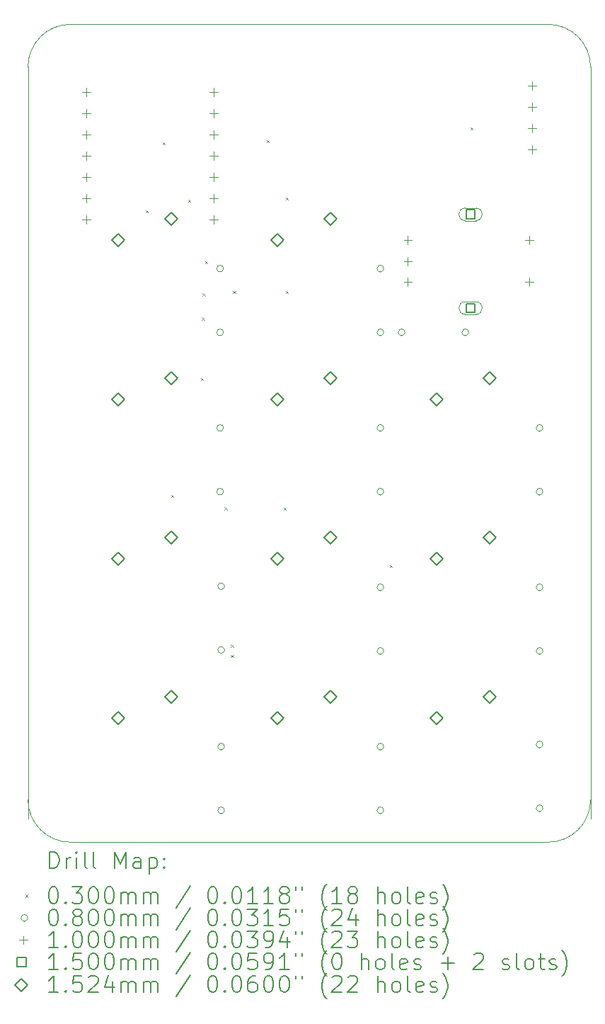
<source format=gbr>
%TF.GenerationSoftware,KiCad,Pcbnew,8.0.6*%
%TF.CreationDate,2024-10-21T23:06:59+01:00*%
%TF.ProjectId,vrishpad,76726973-6870-4616-942e-6b696361645f,rev?*%
%TF.SameCoordinates,Original*%
%TF.FileFunction,Drillmap*%
%TF.FilePolarity,Positive*%
%FSLAX45Y45*%
G04 Gerber Fmt 4.5, Leading zero omitted, Abs format (unit mm)*
G04 Created by KiCad (PCBNEW 8.0.6) date 2024-10-21 23:06:59*
%MOMM*%
%LPD*%
G01*
G04 APERTURE LIST*
%ADD10C,0.050000*%
%ADD11C,0.200000*%
%ADD12C,0.100000*%
%ADD13C,0.150000*%
%ADD14C,0.152400*%
G04 APERTURE END LIST*
D10*
X10033790Y-11200790D02*
G75*
G02*
X9525790Y-11708790I-508000J0D01*
G01*
X3810000Y-11708790D02*
G75*
G02*
X3302000Y-11200790I0J508000D01*
G01*
X9525000Y-1930400D02*
X3810000Y-1930400D01*
X3810000Y-11708790D02*
X9525000Y-11708790D01*
X9525000Y-1930400D02*
G75*
G02*
X10033000Y-2438400I0J-508000D01*
G01*
X3302000Y-2438400D02*
G75*
G02*
X3810000Y-1930400I508000J0D01*
G01*
X10033000Y-11430000D02*
X10033000Y-2438400D01*
X3302000Y-2438400D02*
X3302000Y-11430000D01*
D11*
D12*
X4709400Y-4150600D02*
X4739400Y-4180600D01*
X4739400Y-4150600D02*
X4709400Y-4180600D01*
X4912600Y-3337800D02*
X4942600Y-3367800D01*
X4942600Y-3337800D02*
X4912600Y-3367800D01*
X5014200Y-7554200D02*
X5044200Y-7584200D01*
X5044200Y-7554200D02*
X5014200Y-7584200D01*
X5217400Y-4023600D02*
X5247400Y-4053600D01*
X5247400Y-4023600D02*
X5217400Y-4053600D01*
X5369800Y-6157200D02*
X5399800Y-6187200D01*
X5399800Y-6157200D02*
X5369800Y-6187200D01*
X5382066Y-5432866D02*
X5412066Y-5462866D01*
X5412066Y-5432866D02*
X5382066Y-5462866D01*
X5391512Y-5144888D02*
X5421512Y-5174888D01*
X5421512Y-5144888D02*
X5391512Y-5174888D01*
X5420600Y-4760200D02*
X5450600Y-4790200D01*
X5450600Y-4760200D02*
X5420600Y-4790200D01*
X5651476Y-7704323D02*
X5681476Y-7734323D01*
X5681476Y-7704323D02*
X5651476Y-7734323D01*
X5728400Y-9348400D02*
X5758400Y-9378400D01*
X5758400Y-9348400D02*
X5728400Y-9378400D01*
X5728400Y-9468400D02*
X5758400Y-9498400D01*
X5758400Y-9468400D02*
X5728400Y-9498400D01*
X5755700Y-5115800D02*
X5785700Y-5145800D01*
X5785700Y-5115800D02*
X5755700Y-5145800D01*
X6157200Y-3312400D02*
X6187200Y-3342400D01*
X6187200Y-3312400D02*
X6157200Y-3342400D01*
X6360400Y-7706600D02*
X6390400Y-7736600D01*
X6390400Y-7706600D02*
X6360400Y-7736600D01*
X6385800Y-3998200D02*
X6415800Y-4028200D01*
X6415800Y-3998200D02*
X6385800Y-4028200D01*
X6385800Y-5115800D02*
X6415800Y-5145800D01*
X6415800Y-5115800D02*
X6385800Y-5145800D01*
X7630400Y-8392400D02*
X7660400Y-8422400D01*
X7660400Y-8392400D02*
X7630400Y-8422400D01*
X8595600Y-3160000D02*
X8625600Y-3190000D01*
X8625600Y-3160000D02*
X8595600Y-3190000D01*
X5640700Y-4851400D02*
G75*
G02*
X5560700Y-4851400I-40000J0D01*
G01*
X5560700Y-4851400D02*
G75*
G02*
X5640700Y-4851400I40000J0D01*
G01*
X5640700Y-5613400D02*
G75*
G02*
X5560700Y-5613400I-40000J0D01*
G01*
X5560700Y-5613400D02*
G75*
G02*
X5640700Y-5613400I40000J0D01*
G01*
X5640700Y-6756400D02*
G75*
G02*
X5560700Y-6756400I-40000J0D01*
G01*
X5560700Y-6756400D02*
G75*
G02*
X5640700Y-6756400I40000J0D01*
G01*
X5640700Y-7518400D02*
G75*
G02*
X5560700Y-7518400I-40000J0D01*
G01*
X5560700Y-7518400D02*
G75*
G02*
X5640700Y-7518400I40000J0D01*
G01*
X5653400Y-8648700D02*
G75*
G02*
X5573400Y-8648700I-40000J0D01*
G01*
X5573400Y-8648700D02*
G75*
G02*
X5653400Y-8648700I40000J0D01*
G01*
X5653400Y-9410700D02*
G75*
G02*
X5573400Y-9410700I-40000J0D01*
G01*
X5573400Y-9410700D02*
G75*
G02*
X5653400Y-9410700I40000J0D01*
G01*
X5653400Y-10566400D02*
G75*
G02*
X5573400Y-10566400I-40000J0D01*
G01*
X5573400Y-10566400D02*
G75*
G02*
X5653400Y-10566400I40000J0D01*
G01*
X5653400Y-11328400D02*
G75*
G02*
X5573400Y-11328400I-40000J0D01*
G01*
X5573400Y-11328400D02*
G75*
G02*
X5653400Y-11328400I40000J0D01*
G01*
X7558400Y-4851400D02*
G75*
G02*
X7478400Y-4851400I-40000J0D01*
G01*
X7478400Y-4851400D02*
G75*
G02*
X7558400Y-4851400I40000J0D01*
G01*
X7558400Y-5613400D02*
G75*
G02*
X7478400Y-5613400I-40000J0D01*
G01*
X7478400Y-5613400D02*
G75*
G02*
X7558400Y-5613400I40000J0D01*
G01*
X7558400Y-6756400D02*
G75*
G02*
X7478400Y-6756400I-40000J0D01*
G01*
X7478400Y-6756400D02*
G75*
G02*
X7558400Y-6756400I40000J0D01*
G01*
X7558400Y-7518400D02*
G75*
G02*
X7478400Y-7518400I-40000J0D01*
G01*
X7478400Y-7518400D02*
G75*
G02*
X7558400Y-7518400I40000J0D01*
G01*
X7558400Y-8661400D02*
G75*
G02*
X7478400Y-8661400I-40000J0D01*
G01*
X7478400Y-8661400D02*
G75*
G02*
X7558400Y-8661400I40000J0D01*
G01*
X7558400Y-9423400D02*
G75*
G02*
X7478400Y-9423400I-40000J0D01*
G01*
X7478400Y-9423400D02*
G75*
G02*
X7558400Y-9423400I40000J0D01*
G01*
X7558400Y-10566400D02*
G75*
G02*
X7478400Y-10566400I-40000J0D01*
G01*
X7478400Y-10566400D02*
G75*
G02*
X7558400Y-10566400I40000J0D01*
G01*
X7558400Y-11328400D02*
G75*
G02*
X7478400Y-11328400I-40000J0D01*
G01*
X7478400Y-11328400D02*
G75*
G02*
X7558400Y-11328400I40000J0D01*
G01*
X7812400Y-5613400D02*
G75*
G02*
X7732400Y-5613400I-40000J0D01*
G01*
X7732400Y-5613400D02*
G75*
G02*
X7812400Y-5613400I40000J0D01*
G01*
X8574400Y-5613400D02*
G75*
G02*
X8494400Y-5613400I-40000J0D01*
G01*
X8494400Y-5613400D02*
G75*
G02*
X8574400Y-5613400I40000J0D01*
G01*
X9463400Y-6756400D02*
G75*
G02*
X9383400Y-6756400I-40000J0D01*
G01*
X9383400Y-6756400D02*
G75*
G02*
X9463400Y-6756400I40000J0D01*
G01*
X9463400Y-7518400D02*
G75*
G02*
X9383400Y-7518400I-40000J0D01*
G01*
X9383400Y-7518400D02*
G75*
G02*
X9463400Y-7518400I40000J0D01*
G01*
X9463400Y-8661400D02*
G75*
G02*
X9383400Y-8661400I-40000J0D01*
G01*
X9383400Y-8661400D02*
G75*
G02*
X9463400Y-8661400I40000J0D01*
G01*
X9463400Y-9423400D02*
G75*
G02*
X9383400Y-9423400I-40000J0D01*
G01*
X9383400Y-9423400D02*
G75*
G02*
X9463400Y-9423400I40000J0D01*
G01*
X9463400Y-10541000D02*
G75*
G02*
X9383400Y-10541000I-40000J0D01*
G01*
X9383400Y-10541000D02*
G75*
G02*
X9463400Y-10541000I40000J0D01*
G01*
X9463400Y-11303000D02*
G75*
G02*
X9383400Y-11303000I-40000J0D01*
G01*
X9383400Y-11303000D02*
G75*
G02*
X9463400Y-11303000I40000J0D01*
G01*
X3999150Y-2693200D02*
X3999150Y-2793200D01*
X3949150Y-2743200D02*
X4049150Y-2743200D01*
X3999150Y-2947200D02*
X3999150Y-3047200D01*
X3949150Y-2997200D02*
X4049150Y-2997200D01*
X3999150Y-3201200D02*
X3999150Y-3301200D01*
X3949150Y-3251200D02*
X4049150Y-3251200D01*
X3999150Y-3455200D02*
X3999150Y-3555200D01*
X3949150Y-3505200D02*
X4049150Y-3505200D01*
X3999150Y-3709200D02*
X3999150Y-3809200D01*
X3949150Y-3759200D02*
X4049150Y-3759200D01*
X3999150Y-3963200D02*
X3999150Y-4063200D01*
X3949150Y-4013200D02*
X4049150Y-4013200D01*
X3999150Y-4217200D02*
X3999150Y-4317200D01*
X3949150Y-4267200D02*
X4049150Y-4267200D01*
X5524150Y-2693200D02*
X5524150Y-2793200D01*
X5474150Y-2743200D02*
X5574150Y-2743200D01*
X5524150Y-2947200D02*
X5524150Y-3047200D01*
X5474150Y-2997200D02*
X5574150Y-2997200D01*
X5524150Y-3201200D02*
X5524150Y-3301200D01*
X5474150Y-3251200D02*
X5574150Y-3251200D01*
X5524150Y-3455200D02*
X5524150Y-3555200D01*
X5474150Y-3505200D02*
X5574150Y-3505200D01*
X5524150Y-3709200D02*
X5524150Y-3809200D01*
X5474150Y-3759200D02*
X5574150Y-3759200D01*
X5524150Y-3963200D02*
X5524150Y-4063200D01*
X5474150Y-4013200D02*
X5574150Y-4013200D01*
X5524150Y-4217200D02*
X5524150Y-4317200D01*
X5474150Y-4267200D02*
X5574150Y-4267200D01*
X7847500Y-4462500D02*
X7847500Y-4562500D01*
X7797500Y-4512500D02*
X7897500Y-4512500D01*
X7847500Y-4712500D02*
X7847500Y-4812500D01*
X7797500Y-4762500D02*
X7897500Y-4762500D01*
X7847500Y-4962500D02*
X7847500Y-5062500D01*
X7797500Y-5012500D02*
X7897500Y-5012500D01*
X9297500Y-4462500D02*
X9297500Y-4562500D01*
X9247500Y-4512500D02*
X9347500Y-4512500D01*
X9297500Y-4962500D02*
X9297500Y-5062500D01*
X9247500Y-5012500D02*
X9347500Y-5012500D01*
X9334500Y-2617000D02*
X9334500Y-2717000D01*
X9284500Y-2667000D02*
X9384500Y-2667000D01*
X9334500Y-2871000D02*
X9334500Y-2971000D01*
X9284500Y-2921000D02*
X9384500Y-2921000D01*
X9334500Y-3125000D02*
X9334500Y-3225000D01*
X9284500Y-3175000D02*
X9384500Y-3175000D01*
X9334500Y-3379000D02*
X9334500Y-3479000D01*
X9284500Y-3429000D02*
X9384500Y-3429000D01*
D13*
X8650534Y-4255534D02*
X8650534Y-4149466D01*
X8544467Y-4149466D01*
X8544467Y-4255534D01*
X8650534Y-4255534D01*
D12*
X8532500Y-4277500D02*
X8662500Y-4277500D01*
X8662500Y-4127500D02*
G75*
G02*
X8662500Y-4277500I0J-75000D01*
G01*
X8662500Y-4127500D02*
X8532500Y-4127500D01*
X8532500Y-4127500D02*
G75*
G03*
X8532500Y-4277500I0J-75000D01*
G01*
D13*
X8650534Y-5375534D02*
X8650534Y-5269467D01*
X8544467Y-5269467D01*
X8544467Y-5375534D01*
X8650534Y-5375534D01*
D12*
X8532500Y-5397500D02*
X8662500Y-5397500D01*
X8662500Y-5247500D02*
G75*
G02*
X8662500Y-5397500I0J-75000D01*
G01*
X8662500Y-5247500D02*
X8532500Y-5247500D01*
X8532500Y-5247500D02*
G75*
G03*
X8532500Y-5397500I0J-75000D01*
G01*
D14*
X4381500Y-4584700D02*
X4457700Y-4508500D01*
X4381500Y-4432300D01*
X4305300Y-4508500D01*
X4381500Y-4584700D01*
X4381500Y-6489700D02*
X4457700Y-6413500D01*
X4381500Y-6337300D01*
X4305300Y-6413500D01*
X4381500Y-6489700D01*
X4381500Y-8394700D02*
X4457700Y-8318500D01*
X4381500Y-8242300D01*
X4305300Y-8318500D01*
X4381500Y-8394700D01*
X4381500Y-10299700D02*
X4457700Y-10223500D01*
X4381500Y-10147300D01*
X4305300Y-10223500D01*
X4381500Y-10299700D01*
X5016500Y-4330700D02*
X5092700Y-4254500D01*
X5016500Y-4178300D01*
X4940300Y-4254500D01*
X5016500Y-4330700D01*
X5016500Y-6235700D02*
X5092700Y-6159500D01*
X5016500Y-6083300D01*
X4940300Y-6159500D01*
X5016500Y-6235700D01*
X5016500Y-8140700D02*
X5092700Y-8064500D01*
X5016500Y-7988300D01*
X4940300Y-8064500D01*
X5016500Y-8140700D01*
X5016500Y-10045700D02*
X5092700Y-9969500D01*
X5016500Y-9893300D01*
X4940300Y-9969500D01*
X5016500Y-10045700D01*
X6286500Y-4584700D02*
X6362700Y-4508500D01*
X6286500Y-4432300D01*
X6210300Y-4508500D01*
X6286500Y-4584700D01*
X6286500Y-6489700D02*
X6362700Y-6413500D01*
X6286500Y-6337300D01*
X6210300Y-6413500D01*
X6286500Y-6489700D01*
X6286500Y-8394700D02*
X6362700Y-8318500D01*
X6286500Y-8242300D01*
X6210300Y-8318500D01*
X6286500Y-8394700D01*
X6286500Y-10299700D02*
X6362700Y-10223500D01*
X6286500Y-10147300D01*
X6210300Y-10223500D01*
X6286500Y-10299700D01*
X6921500Y-4330700D02*
X6997700Y-4254500D01*
X6921500Y-4178300D01*
X6845300Y-4254500D01*
X6921500Y-4330700D01*
X6921500Y-6235700D02*
X6997700Y-6159500D01*
X6921500Y-6083300D01*
X6845300Y-6159500D01*
X6921500Y-6235700D01*
X6921500Y-8140700D02*
X6997700Y-8064500D01*
X6921500Y-7988300D01*
X6845300Y-8064500D01*
X6921500Y-8140700D01*
X6921500Y-10045700D02*
X6997700Y-9969500D01*
X6921500Y-9893300D01*
X6845300Y-9969500D01*
X6921500Y-10045700D01*
X8191500Y-6489700D02*
X8267700Y-6413500D01*
X8191500Y-6337300D01*
X8115300Y-6413500D01*
X8191500Y-6489700D01*
X8191500Y-8394700D02*
X8267700Y-8318500D01*
X8191500Y-8242300D01*
X8115300Y-8318500D01*
X8191500Y-8394700D01*
X8191500Y-10299700D02*
X8267700Y-10223500D01*
X8191500Y-10147300D01*
X8115300Y-10223500D01*
X8191500Y-10299700D01*
X8826500Y-6235700D02*
X8902700Y-6159500D01*
X8826500Y-6083300D01*
X8750300Y-6159500D01*
X8826500Y-6235700D01*
X8826500Y-8140700D02*
X8902700Y-8064500D01*
X8826500Y-7988300D01*
X8750300Y-8064500D01*
X8826500Y-8140700D01*
X8826500Y-10045700D02*
X8902700Y-9969500D01*
X8826500Y-9893300D01*
X8750300Y-9969500D01*
X8826500Y-10045700D01*
D11*
X3560277Y-12022774D02*
X3560277Y-11822774D01*
X3560277Y-11822774D02*
X3607896Y-11822774D01*
X3607896Y-11822774D02*
X3636467Y-11832297D01*
X3636467Y-11832297D02*
X3655515Y-11851345D01*
X3655515Y-11851345D02*
X3665039Y-11870393D01*
X3665039Y-11870393D02*
X3674562Y-11908488D01*
X3674562Y-11908488D02*
X3674562Y-11937059D01*
X3674562Y-11937059D02*
X3665039Y-11975154D01*
X3665039Y-11975154D02*
X3655515Y-11994202D01*
X3655515Y-11994202D02*
X3636467Y-12013250D01*
X3636467Y-12013250D02*
X3607896Y-12022774D01*
X3607896Y-12022774D02*
X3560277Y-12022774D01*
X3760277Y-12022774D02*
X3760277Y-11889440D01*
X3760277Y-11927535D02*
X3769801Y-11908488D01*
X3769801Y-11908488D02*
X3779324Y-11898964D01*
X3779324Y-11898964D02*
X3798372Y-11889440D01*
X3798372Y-11889440D02*
X3817420Y-11889440D01*
X3884086Y-12022774D02*
X3884086Y-11889440D01*
X3884086Y-11822774D02*
X3874562Y-11832297D01*
X3874562Y-11832297D02*
X3884086Y-11841821D01*
X3884086Y-11841821D02*
X3893610Y-11832297D01*
X3893610Y-11832297D02*
X3884086Y-11822774D01*
X3884086Y-11822774D02*
X3884086Y-11841821D01*
X4007896Y-12022774D02*
X3988848Y-12013250D01*
X3988848Y-12013250D02*
X3979324Y-11994202D01*
X3979324Y-11994202D02*
X3979324Y-11822774D01*
X4112658Y-12022774D02*
X4093610Y-12013250D01*
X4093610Y-12013250D02*
X4084086Y-11994202D01*
X4084086Y-11994202D02*
X4084086Y-11822774D01*
X4341229Y-12022774D02*
X4341229Y-11822774D01*
X4341229Y-11822774D02*
X4407896Y-11965631D01*
X4407896Y-11965631D02*
X4474563Y-11822774D01*
X4474563Y-11822774D02*
X4474563Y-12022774D01*
X4655515Y-12022774D02*
X4655515Y-11918012D01*
X4655515Y-11918012D02*
X4645991Y-11898964D01*
X4645991Y-11898964D02*
X4626944Y-11889440D01*
X4626944Y-11889440D02*
X4588848Y-11889440D01*
X4588848Y-11889440D02*
X4569801Y-11898964D01*
X4655515Y-12013250D02*
X4636467Y-12022774D01*
X4636467Y-12022774D02*
X4588848Y-12022774D01*
X4588848Y-12022774D02*
X4569801Y-12013250D01*
X4569801Y-12013250D02*
X4560277Y-11994202D01*
X4560277Y-11994202D02*
X4560277Y-11975154D01*
X4560277Y-11975154D02*
X4569801Y-11956107D01*
X4569801Y-11956107D02*
X4588848Y-11946583D01*
X4588848Y-11946583D02*
X4636467Y-11946583D01*
X4636467Y-11946583D02*
X4655515Y-11937059D01*
X4750753Y-11889440D02*
X4750753Y-12089440D01*
X4750753Y-11898964D02*
X4769801Y-11889440D01*
X4769801Y-11889440D02*
X4807896Y-11889440D01*
X4807896Y-11889440D02*
X4826944Y-11898964D01*
X4826944Y-11898964D02*
X4836467Y-11908488D01*
X4836467Y-11908488D02*
X4845991Y-11927535D01*
X4845991Y-11927535D02*
X4845991Y-11984678D01*
X4845991Y-11984678D02*
X4836467Y-12003726D01*
X4836467Y-12003726D02*
X4826944Y-12013250D01*
X4826944Y-12013250D02*
X4807896Y-12022774D01*
X4807896Y-12022774D02*
X4769801Y-12022774D01*
X4769801Y-12022774D02*
X4750753Y-12013250D01*
X4931705Y-12003726D02*
X4941229Y-12013250D01*
X4941229Y-12013250D02*
X4931705Y-12022774D01*
X4931705Y-12022774D02*
X4922182Y-12013250D01*
X4922182Y-12013250D02*
X4931705Y-12003726D01*
X4931705Y-12003726D02*
X4931705Y-12022774D01*
X4931705Y-11898964D02*
X4941229Y-11908488D01*
X4941229Y-11908488D02*
X4931705Y-11918012D01*
X4931705Y-11918012D02*
X4922182Y-11908488D01*
X4922182Y-11908488D02*
X4931705Y-11898964D01*
X4931705Y-11898964D02*
X4931705Y-11918012D01*
D12*
X3269500Y-12336290D02*
X3299500Y-12366290D01*
X3299500Y-12336290D02*
X3269500Y-12366290D01*
D11*
X3598372Y-12242774D02*
X3617420Y-12242774D01*
X3617420Y-12242774D02*
X3636467Y-12252297D01*
X3636467Y-12252297D02*
X3645991Y-12261821D01*
X3645991Y-12261821D02*
X3655515Y-12280869D01*
X3655515Y-12280869D02*
X3665039Y-12318964D01*
X3665039Y-12318964D02*
X3665039Y-12366583D01*
X3665039Y-12366583D02*
X3655515Y-12404678D01*
X3655515Y-12404678D02*
X3645991Y-12423726D01*
X3645991Y-12423726D02*
X3636467Y-12433250D01*
X3636467Y-12433250D02*
X3617420Y-12442774D01*
X3617420Y-12442774D02*
X3598372Y-12442774D01*
X3598372Y-12442774D02*
X3579324Y-12433250D01*
X3579324Y-12433250D02*
X3569801Y-12423726D01*
X3569801Y-12423726D02*
X3560277Y-12404678D01*
X3560277Y-12404678D02*
X3550753Y-12366583D01*
X3550753Y-12366583D02*
X3550753Y-12318964D01*
X3550753Y-12318964D02*
X3560277Y-12280869D01*
X3560277Y-12280869D02*
X3569801Y-12261821D01*
X3569801Y-12261821D02*
X3579324Y-12252297D01*
X3579324Y-12252297D02*
X3598372Y-12242774D01*
X3750753Y-12423726D02*
X3760277Y-12433250D01*
X3760277Y-12433250D02*
X3750753Y-12442774D01*
X3750753Y-12442774D02*
X3741229Y-12433250D01*
X3741229Y-12433250D02*
X3750753Y-12423726D01*
X3750753Y-12423726D02*
X3750753Y-12442774D01*
X3826943Y-12242774D02*
X3950753Y-12242774D01*
X3950753Y-12242774D02*
X3884086Y-12318964D01*
X3884086Y-12318964D02*
X3912658Y-12318964D01*
X3912658Y-12318964D02*
X3931705Y-12328488D01*
X3931705Y-12328488D02*
X3941229Y-12338012D01*
X3941229Y-12338012D02*
X3950753Y-12357059D01*
X3950753Y-12357059D02*
X3950753Y-12404678D01*
X3950753Y-12404678D02*
X3941229Y-12423726D01*
X3941229Y-12423726D02*
X3931705Y-12433250D01*
X3931705Y-12433250D02*
X3912658Y-12442774D01*
X3912658Y-12442774D02*
X3855515Y-12442774D01*
X3855515Y-12442774D02*
X3836467Y-12433250D01*
X3836467Y-12433250D02*
X3826943Y-12423726D01*
X4074562Y-12242774D02*
X4093610Y-12242774D01*
X4093610Y-12242774D02*
X4112658Y-12252297D01*
X4112658Y-12252297D02*
X4122182Y-12261821D01*
X4122182Y-12261821D02*
X4131705Y-12280869D01*
X4131705Y-12280869D02*
X4141229Y-12318964D01*
X4141229Y-12318964D02*
X4141229Y-12366583D01*
X4141229Y-12366583D02*
X4131705Y-12404678D01*
X4131705Y-12404678D02*
X4122182Y-12423726D01*
X4122182Y-12423726D02*
X4112658Y-12433250D01*
X4112658Y-12433250D02*
X4093610Y-12442774D01*
X4093610Y-12442774D02*
X4074562Y-12442774D01*
X4074562Y-12442774D02*
X4055515Y-12433250D01*
X4055515Y-12433250D02*
X4045991Y-12423726D01*
X4045991Y-12423726D02*
X4036467Y-12404678D01*
X4036467Y-12404678D02*
X4026943Y-12366583D01*
X4026943Y-12366583D02*
X4026943Y-12318964D01*
X4026943Y-12318964D02*
X4036467Y-12280869D01*
X4036467Y-12280869D02*
X4045991Y-12261821D01*
X4045991Y-12261821D02*
X4055515Y-12252297D01*
X4055515Y-12252297D02*
X4074562Y-12242774D01*
X4265039Y-12242774D02*
X4284086Y-12242774D01*
X4284086Y-12242774D02*
X4303134Y-12252297D01*
X4303134Y-12252297D02*
X4312658Y-12261821D01*
X4312658Y-12261821D02*
X4322182Y-12280869D01*
X4322182Y-12280869D02*
X4331705Y-12318964D01*
X4331705Y-12318964D02*
X4331705Y-12366583D01*
X4331705Y-12366583D02*
X4322182Y-12404678D01*
X4322182Y-12404678D02*
X4312658Y-12423726D01*
X4312658Y-12423726D02*
X4303134Y-12433250D01*
X4303134Y-12433250D02*
X4284086Y-12442774D01*
X4284086Y-12442774D02*
X4265039Y-12442774D01*
X4265039Y-12442774D02*
X4245991Y-12433250D01*
X4245991Y-12433250D02*
X4236467Y-12423726D01*
X4236467Y-12423726D02*
X4226944Y-12404678D01*
X4226944Y-12404678D02*
X4217420Y-12366583D01*
X4217420Y-12366583D02*
X4217420Y-12318964D01*
X4217420Y-12318964D02*
X4226944Y-12280869D01*
X4226944Y-12280869D02*
X4236467Y-12261821D01*
X4236467Y-12261821D02*
X4245991Y-12252297D01*
X4245991Y-12252297D02*
X4265039Y-12242774D01*
X4417420Y-12442774D02*
X4417420Y-12309440D01*
X4417420Y-12328488D02*
X4426944Y-12318964D01*
X4426944Y-12318964D02*
X4445991Y-12309440D01*
X4445991Y-12309440D02*
X4474563Y-12309440D01*
X4474563Y-12309440D02*
X4493610Y-12318964D01*
X4493610Y-12318964D02*
X4503134Y-12338012D01*
X4503134Y-12338012D02*
X4503134Y-12442774D01*
X4503134Y-12338012D02*
X4512658Y-12318964D01*
X4512658Y-12318964D02*
X4531705Y-12309440D01*
X4531705Y-12309440D02*
X4560277Y-12309440D01*
X4560277Y-12309440D02*
X4579325Y-12318964D01*
X4579325Y-12318964D02*
X4588848Y-12338012D01*
X4588848Y-12338012D02*
X4588848Y-12442774D01*
X4684086Y-12442774D02*
X4684086Y-12309440D01*
X4684086Y-12328488D02*
X4693610Y-12318964D01*
X4693610Y-12318964D02*
X4712658Y-12309440D01*
X4712658Y-12309440D02*
X4741229Y-12309440D01*
X4741229Y-12309440D02*
X4760277Y-12318964D01*
X4760277Y-12318964D02*
X4769801Y-12338012D01*
X4769801Y-12338012D02*
X4769801Y-12442774D01*
X4769801Y-12338012D02*
X4779325Y-12318964D01*
X4779325Y-12318964D02*
X4798372Y-12309440D01*
X4798372Y-12309440D02*
X4826944Y-12309440D01*
X4826944Y-12309440D02*
X4845991Y-12318964D01*
X4845991Y-12318964D02*
X4855515Y-12338012D01*
X4855515Y-12338012D02*
X4855515Y-12442774D01*
X5245991Y-12233250D02*
X5074563Y-12490393D01*
X5503134Y-12242774D02*
X5522182Y-12242774D01*
X5522182Y-12242774D02*
X5541229Y-12252297D01*
X5541229Y-12252297D02*
X5550753Y-12261821D01*
X5550753Y-12261821D02*
X5560277Y-12280869D01*
X5560277Y-12280869D02*
X5569801Y-12318964D01*
X5569801Y-12318964D02*
X5569801Y-12366583D01*
X5569801Y-12366583D02*
X5560277Y-12404678D01*
X5560277Y-12404678D02*
X5550753Y-12423726D01*
X5550753Y-12423726D02*
X5541229Y-12433250D01*
X5541229Y-12433250D02*
X5522182Y-12442774D01*
X5522182Y-12442774D02*
X5503134Y-12442774D01*
X5503134Y-12442774D02*
X5484087Y-12433250D01*
X5484087Y-12433250D02*
X5474563Y-12423726D01*
X5474563Y-12423726D02*
X5465039Y-12404678D01*
X5465039Y-12404678D02*
X5455515Y-12366583D01*
X5455515Y-12366583D02*
X5455515Y-12318964D01*
X5455515Y-12318964D02*
X5465039Y-12280869D01*
X5465039Y-12280869D02*
X5474563Y-12261821D01*
X5474563Y-12261821D02*
X5484087Y-12252297D01*
X5484087Y-12252297D02*
X5503134Y-12242774D01*
X5655515Y-12423726D02*
X5665039Y-12433250D01*
X5665039Y-12433250D02*
X5655515Y-12442774D01*
X5655515Y-12442774D02*
X5645991Y-12433250D01*
X5645991Y-12433250D02*
X5655515Y-12423726D01*
X5655515Y-12423726D02*
X5655515Y-12442774D01*
X5788848Y-12242774D02*
X5807896Y-12242774D01*
X5807896Y-12242774D02*
X5826944Y-12252297D01*
X5826944Y-12252297D02*
X5836467Y-12261821D01*
X5836467Y-12261821D02*
X5845991Y-12280869D01*
X5845991Y-12280869D02*
X5855515Y-12318964D01*
X5855515Y-12318964D02*
X5855515Y-12366583D01*
X5855515Y-12366583D02*
X5845991Y-12404678D01*
X5845991Y-12404678D02*
X5836467Y-12423726D01*
X5836467Y-12423726D02*
X5826944Y-12433250D01*
X5826944Y-12433250D02*
X5807896Y-12442774D01*
X5807896Y-12442774D02*
X5788848Y-12442774D01*
X5788848Y-12442774D02*
X5769801Y-12433250D01*
X5769801Y-12433250D02*
X5760277Y-12423726D01*
X5760277Y-12423726D02*
X5750753Y-12404678D01*
X5750753Y-12404678D02*
X5741229Y-12366583D01*
X5741229Y-12366583D02*
X5741229Y-12318964D01*
X5741229Y-12318964D02*
X5750753Y-12280869D01*
X5750753Y-12280869D02*
X5760277Y-12261821D01*
X5760277Y-12261821D02*
X5769801Y-12252297D01*
X5769801Y-12252297D02*
X5788848Y-12242774D01*
X6045991Y-12442774D02*
X5931706Y-12442774D01*
X5988848Y-12442774D02*
X5988848Y-12242774D01*
X5988848Y-12242774D02*
X5969801Y-12271345D01*
X5969801Y-12271345D02*
X5950753Y-12290393D01*
X5950753Y-12290393D02*
X5931706Y-12299916D01*
X6236467Y-12442774D02*
X6122182Y-12442774D01*
X6179325Y-12442774D02*
X6179325Y-12242774D01*
X6179325Y-12242774D02*
X6160277Y-12271345D01*
X6160277Y-12271345D02*
X6141229Y-12290393D01*
X6141229Y-12290393D02*
X6122182Y-12299916D01*
X6350753Y-12328488D02*
X6331706Y-12318964D01*
X6331706Y-12318964D02*
X6322182Y-12309440D01*
X6322182Y-12309440D02*
X6312658Y-12290393D01*
X6312658Y-12290393D02*
X6312658Y-12280869D01*
X6312658Y-12280869D02*
X6322182Y-12261821D01*
X6322182Y-12261821D02*
X6331706Y-12252297D01*
X6331706Y-12252297D02*
X6350753Y-12242774D01*
X6350753Y-12242774D02*
X6388848Y-12242774D01*
X6388848Y-12242774D02*
X6407896Y-12252297D01*
X6407896Y-12252297D02*
X6417420Y-12261821D01*
X6417420Y-12261821D02*
X6426944Y-12280869D01*
X6426944Y-12280869D02*
X6426944Y-12290393D01*
X6426944Y-12290393D02*
X6417420Y-12309440D01*
X6417420Y-12309440D02*
X6407896Y-12318964D01*
X6407896Y-12318964D02*
X6388848Y-12328488D01*
X6388848Y-12328488D02*
X6350753Y-12328488D01*
X6350753Y-12328488D02*
X6331706Y-12338012D01*
X6331706Y-12338012D02*
X6322182Y-12347535D01*
X6322182Y-12347535D02*
X6312658Y-12366583D01*
X6312658Y-12366583D02*
X6312658Y-12404678D01*
X6312658Y-12404678D02*
X6322182Y-12423726D01*
X6322182Y-12423726D02*
X6331706Y-12433250D01*
X6331706Y-12433250D02*
X6350753Y-12442774D01*
X6350753Y-12442774D02*
X6388848Y-12442774D01*
X6388848Y-12442774D02*
X6407896Y-12433250D01*
X6407896Y-12433250D02*
X6417420Y-12423726D01*
X6417420Y-12423726D02*
X6426944Y-12404678D01*
X6426944Y-12404678D02*
X6426944Y-12366583D01*
X6426944Y-12366583D02*
X6417420Y-12347535D01*
X6417420Y-12347535D02*
X6407896Y-12338012D01*
X6407896Y-12338012D02*
X6388848Y-12328488D01*
X6503134Y-12242774D02*
X6503134Y-12280869D01*
X6579325Y-12242774D02*
X6579325Y-12280869D01*
X6874563Y-12518964D02*
X6865039Y-12509440D01*
X6865039Y-12509440D02*
X6845991Y-12480869D01*
X6845991Y-12480869D02*
X6836468Y-12461821D01*
X6836468Y-12461821D02*
X6826944Y-12433250D01*
X6826944Y-12433250D02*
X6817420Y-12385631D01*
X6817420Y-12385631D02*
X6817420Y-12347535D01*
X6817420Y-12347535D02*
X6826944Y-12299916D01*
X6826944Y-12299916D02*
X6836468Y-12271345D01*
X6836468Y-12271345D02*
X6845991Y-12252297D01*
X6845991Y-12252297D02*
X6865039Y-12223726D01*
X6865039Y-12223726D02*
X6874563Y-12214202D01*
X7055515Y-12442774D02*
X6941229Y-12442774D01*
X6998372Y-12442774D02*
X6998372Y-12242774D01*
X6998372Y-12242774D02*
X6979325Y-12271345D01*
X6979325Y-12271345D02*
X6960277Y-12290393D01*
X6960277Y-12290393D02*
X6941229Y-12299916D01*
X7169801Y-12328488D02*
X7150753Y-12318964D01*
X7150753Y-12318964D02*
X7141229Y-12309440D01*
X7141229Y-12309440D02*
X7131706Y-12290393D01*
X7131706Y-12290393D02*
X7131706Y-12280869D01*
X7131706Y-12280869D02*
X7141229Y-12261821D01*
X7141229Y-12261821D02*
X7150753Y-12252297D01*
X7150753Y-12252297D02*
X7169801Y-12242774D01*
X7169801Y-12242774D02*
X7207896Y-12242774D01*
X7207896Y-12242774D02*
X7226944Y-12252297D01*
X7226944Y-12252297D02*
X7236468Y-12261821D01*
X7236468Y-12261821D02*
X7245991Y-12280869D01*
X7245991Y-12280869D02*
X7245991Y-12290393D01*
X7245991Y-12290393D02*
X7236468Y-12309440D01*
X7236468Y-12309440D02*
X7226944Y-12318964D01*
X7226944Y-12318964D02*
X7207896Y-12328488D01*
X7207896Y-12328488D02*
X7169801Y-12328488D01*
X7169801Y-12328488D02*
X7150753Y-12338012D01*
X7150753Y-12338012D02*
X7141229Y-12347535D01*
X7141229Y-12347535D02*
X7131706Y-12366583D01*
X7131706Y-12366583D02*
X7131706Y-12404678D01*
X7131706Y-12404678D02*
X7141229Y-12423726D01*
X7141229Y-12423726D02*
X7150753Y-12433250D01*
X7150753Y-12433250D02*
X7169801Y-12442774D01*
X7169801Y-12442774D02*
X7207896Y-12442774D01*
X7207896Y-12442774D02*
X7226944Y-12433250D01*
X7226944Y-12433250D02*
X7236468Y-12423726D01*
X7236468Y-12423726D02*
X7245991Y-12404678D01*
X7245991Y-12404678D02*
X7245991Y-12366583D01*
X7245991Y-12366583D02*
X7236468Y-12347535D01*
X7236468Y-12347535D02*
X7226944Y-12338012D01*
X7226944Y-12338012D02*
X7207896Y-12328488D01*
X7484087Y-12442774D02*
X7484087Y-12242774D01*
X7569801Y-12442774D02*
X7569801Y-12338012D01*
X7569801Y-12338012D02*
X7560277Y-12318964D01*
X7560277Y-12318964D02*
X7541230Y-12309440D01*
X7541230Y-12309440D02*
X7512658Y-12309440D01*
X7512658Y-12309440D02*
X7493610Y-12318964D01*
X7493610Y-12318964D02*
X7484087Y-12328488D01*
X7693610Y-12442774D02*
X7674563Y-12433250D01*
X7674563Y-12433250D02*
X7665039Y-12423726D01*
X7665039Y-12423726D02*
X7655515Y-12404678D01*
X7655515Y-12404678D02*
X7655515Y-12347535D01*
X7655515Y-12347535D02*
X7665039Y-12328488D01*
X7665039Y-12328488D02*
X7674563Y-12318964D01*
X7674563Y-12318964D02*
X7693610Y-12309440D01*
X7693610Y-12309440D02*
X7722182Y-12309440D01*
X7722182Y-12309440D02*
X7741230Y-12318964D01*
X7741230Y-12318964D02*
X7750753Y-12328488D01*
X7750753Y-12328488D02*
X7760277Y-12347535D01*
X7760277Y-12347535D02*
X7760277Y-12404678D01*
X7760277Y-12404678D02*
X7750753Y-12423726D01*
X7750753Y-12423726D02*
X7741230Y-12433250D01*
X7741230Y-12433250D02*
X7722182Y-12442774D01*
X7722182Y-12442774D02*
X7693610Y-12442774D01*
X7874563Y-12442774D02*
X7855515Y-12433250D01*
X7855515Y-12433250D02*
X7845991Y-12414202D01*
X7845991Y-12414202D02*
X7845991Y-12242774D01*
X8026944Y-12433250D02*
X8007896Y-12442774D01*
X8007896Y-12442774D02*
X7969801Y-12442774D01*
X7969801Y-12442774D02*
X7950753Y-12433250D01*
X7950753Y-12433250D02*
X7941230Y-12414202D01*
X7941230Y-12414202D02*
X7941230Y-12338012D01*
X7941230Y-12338012D02*
X7950753Y-12318964D01*
X7950753Y-12318964D02*
X7969801Y-12309440D01*
X7969801Y-12309440D02*
X8007896Y-12309440D01*
X8007896Y-12309440D02*
X8026944Y-12318964D01*
X8026944Y-12318964D02*
X8036468Y-12338012D01*
X8036468Y-12338012D02*
X8036468Y-12357059D01*
X8036468Y-12357059D02*
X7941230Y-12376107D01*
X8112658Y-12433250D02*
X8131706Y-12442774D01*
X8131706Y-12442774D02*
X8169801Y-12442774D01*
X8169801Y-12442774D02*
X8188849Y-12433250D01*
X8188849Y-12433250D02*
X8198372Y-12414202D01*
X8198372Y-12414202D02*
X8198372Y-12404678D01*
X8198372Y-12404678D02*
X8188849Y-12385631D01*
X8188849Y-12385631D02*
X8169801Y-12376107D01*
X8169801Y-12376107D02*
X8141230Y-12376107D01*
X8141230Y-12376107D02*
X8122182Y-12366583D01*
X8122182Y-12366583D02*
X8112658Y-12347535D01*
X8112658Y-12347535D02*
X8112658Y-12338012D01*
X8112658Y-12338012D02*
X8122182Y-12318964D01*
X8122182Y-12318964D02*
X8141230Y-12309440D01*
X8141230Y-12309440D02*
X8169801Y-12309440D01*
X8169801Y-12309440D02*
X8188849Y-12318964D01*
X8265039Y-12518964D02*
X8274563Y-12509440D01*
X8274563Y-12509440D02*
X8293611Y-12480869D01*
X8293611Y-12480869D02*
X8303134Y-12461821D01*
X8303134Y-12461821D02*
X8312658Y-12433250D01*
X8312658Y-12433250D02*
X8322182Y-12385631D01*
X8322182Y-12385631D02*
X8322182Y-12347535D01*
X8322182Y-12347535D02*
X8312658Y-12299916D01*
X8312658Y-12299916D02*
X8303134Y-12271345D01*
X8303134Y-12271345D02*
X8293611Y-12252297D01*
X8293611Y-12252297D02*
X8274563Y-12223726D01*
X8274563Y-12223726D02*
X8265039Y-12214202D01*
D12*
X3299500Y-12615290D02*
G75*
G02*
X3219500Y-12615290I-40000J0D01*
G01*
X3219500Y-12615290D02*
G75*
G02*
X3299500Y-12615290I40000J0D01*
G01*
D11*
X3598372Y-12506774D02*
X3617420Y-12506774D01*
X3617420Y-12506774D02*
X3636467Y-12516297D01*
X3636467Y-12516297D02*
X3645991Y-12525821D01*
X3645991Y-12525821D02*
X3655515Y-12544869D01*
X3655515Y-12544869D02*
X3665039Y-12582964D01*
X3665039Y-12582964D02*
X3665039Y-12630583D01*
X3665039Y-12630583D02*
X3655515Y-12668678D01*
X3655515Y-12668678D02*
X3645991Y-12687726D01*
X3645991Y-12687726D02*
X3636467Y-12697250D01*
X3636467Y-12697250D02*
X3617420Y-12706774D01*
X3617420Y-12706774D02*
X3598372Y-12706774D01*
X3598372Y-12706774D02*
X3579324Y-12697250D01*
X3579324Y-12697250D02*
X3569801Y-12687726D01*
X3569801Y-12687726D02*
X3560277Y-12668678D01*
X3560277Y-12668678D02*
X3550753Y-12630583D01*
X3550753Y-12630583D02*
X3550753Y-12582964D01*
X3550753Y-12582964D02*
X3560277Y-12544869D01*
X3560277Y-12544869D02*
X3569801Y-12525821D01*
X3569801Y-12525821D02*
X3579324Y-12516297D01*
X3579324Y-12516297D02*
X3598372Y-12506774D01*
X3750753Y-12687726D02*
X3760277Y-12697250D01*
X3760277Y-12697250D02*
X3750753Y-12706774D01*
X3750753Y-12706774D02*
X3741229Y-12697250D01*
X3741229Y-12697250D02*
X3750753Y-12687726D01*
X3750753Y-12687726D02*
X3750753Y-12706774D01*
X3874562Y-12592488D02*
X3855515Y-12582964D01*
X3855515Y-12582964D02*
X3845991Y-12573440D01*
X3845991Y-12573440D02*
X3836467Y-12554393D01*
X3836467Y-12554393D02*
X3836467Y-12544869D01*
X3836467Y-12544869D02*
X3845991Y-12525821D01*
X3845991Y-12525821D02*
X3855515Y-12516297D01*
X3855515Y-12516297D02*
X3874562Y-12506774D01*
X3874562Y-12506774D02*
X3912658Y-12506774D01*
X3912658Y-12506774D02*
X3931705Y-12516297D01*
X3931705Y-12516297D02*
X3941229Y-12525821D01*
X3941229Y-12525821D02*
X3950753Y-12544869D01*
X3950753Y-12544869D02*
X3950753Y-12554393D01*
X3950753Y-12554393D02*
X3941229Y-12573440D01*
X3941229Y-12573440D02*
X3931705Y-12582964D01*
X3931705Y-12582964D02*
X3912658Y-12592488D01*
X3912658Y-12592488D02*
X3874562Y-12592488D01*
X3874562Y-12592488D02*
X3855515Y-12602012D01*
X3855515Y-12602012D02*
X3845991Y-12611535D01*
X3845991Y-12611535D02*
X3836467Y-12630583D01*
X3836467Y-12630583D02*
X3836467Y-12668678D01*
X3836467Y-12668678D02*
X3845991Y-12687726D01*
X3845991Y-12687726D02*
X3855515Y-12697250D01*
X3855515Y-12697250D02*
X3874562Y-12706774D01*
X3874562Y-12706774D02*
X3912658Y-12706774D01*
X3912658Y-12706774D02*
X3931705Y-12697250D01*
X3931705Y-12697250D02*
X3941229Y-12687726D01*
X3941229Y-12687726D02*
X3950753Y-12668678D01*
X3950753Y-12668678D02*
X3950753Y-12630583D01*
X3950753Y-12630583D02*
X3941229Y-12611535D01*
X3941229Y-12611535D02*
X3931705Y-12602012D01*
X3931705Y-12602012D02*
X3912658Y-12592488D01*
X4074562Y-12506774D02*
X4093610Y-12506774D01*
X4093610Y-12506774D02*
X4112658Y-12516297D01*
X4112658Y-12516297D02*
X4122182Y-12525821D01*
X4122182Y-12525821D02*
X4131705Y-12544869D01*
X4131705Y-12544869D02*
X4141229Y-12582964D01*
X4141229Y-12582964D02*
X4141229Y-12630583D01*
X4141229Y-12630583D02*
X4131705Y-12668678D01*
X4131705Y-12668678D02*
X4122182Y-12687726D01*
X4122182Y-12687726D02*
X4112658Y-12697250D01*
X4112658Y-12697250D02*
X4093610Y-12706774D01*
X4093610Y-12706774D02*
X4074562Y-12706774D01*
X4074562Y-12706774D02*
X4055515Y-12697250D01*
X4055515Y-12697250D02*
X4045991Y-12687726D01*
X4045991Y-12687726D02*
X4036467Y-12668678D01*
X4036467Y-12668678D02*
X4026943Y-12630583D01*
X4026943Y-12630583D02*
X4026943Y-12582964D01*
X4026943Y-12582964D02*
X4036467Y-12544869D01*
X4036467Y-12544869D02*
X4045991Y-12525821D01*
X4045991Y-12525821D02*
X4055515Y-12516297D01*
X4055515Y-12516297D02*
X4074562Y-12506774D01*
X4265039Y-12506774D02*
X4284086Y-12506774D01*
X4284086Y-12506774D02*
X4303134Y-12516297D01*
X4303134Y-12516297D02*
X4312658Y-12525821D01*
X4312658Y-12525821D02*
X4322182Y-12544869D01*
X4322182Y-12544869D02*
X4331705Y-12582964D01*
X4331705Y-12582964D02*
X4331705Y-12630583D01*
X4331705Y-12630583D02*
X4322182Y-12668678D01*
X4322182Y-12668678D02*
X4312658Y-12687726D01*
X4312658Y-12687726D02*
X4303134Y-12697250D01*
X4303134Y-12697250D02*
X4284086Y-12706774D01*
X4284086Y-12706774D02*
X4265039Y-12706774D01*
X4265039Y-12706774D02*
X4245991Y-12697250D01*
X4245991Y-12697250D02*
X4236467Y-12687726D01*
X4236467Y-12687726D02*
X4226944Y-12668678D01*
X4226944Y-12668678D02*
X4217420Y-12630583D01*
X4217420Y-12630583D02*
X4217420Y-12582964D01*
X4217420Y-12582964D02*
X4226944Y-12544869D01*
X4226944Y-12544869D02*
X4236467Y-12525821D01*
X4236467Y-12525821D02*
X4245991Y-12516297D01*
X4245991Y-12516297D02*
X4265039Y-12506774D01*
X4417420Y-12706774D02*
X4417420Y-12573440D01*
X4417420Y-12592488D02*
X4426944Y-12582964D01*
X4426944Y-12582964D02*
X4445991Y-12573440D01*
X4445991Y-12573440D02*
X4474563Y-12573440D01*
X4474563Y-12573440D02*
X4493610Y-12582964D01*
X4493610Y-12582964D02*
X4503134Y-12602012D01*
X4503134Y-12602012D02*
X4503134Y-12706774D01*
X4503134Y-12602012D02*
X4512658Y-12582964D01*
X4512658Y-12582964D02*
X4531705Y-12573440D01*
X4531705Y-12573440D02*
X4560277Y-12573440D01*
X4560277Y-12573440D02*
X4579325Y-12582964D01*
X4579325Y-12582964D02*
X4588848Y-12602012D01*
X4588848Y-12602012D02*
X4588848Y-12706774D01*
X4684086Y-12706774D02*
X4684086Y-12573440D01*
X4684086Y-12592488D02*
X4693610Y-12582964D01*
X4693610Y-12582964D02*
X4712658Y-12573440D01*
X4712658Y-12573440D02*
X4741229Y-12573440D01*
X4741229Y-12573440D02*
X4760277Y-12582964D01*
X4760277Y-12582964D02*
X4769801Y-12602012D01*
X4769801Y-12602012D02*
X4769801Y-12706774D01*
X4769801Y-12602012D02*
X4779325Y-12582964D01*
X4779325Y-12582964D02*
X4798372Y-12573440D01*
X4798372Y-12573440D02*
X4826944Y-12573440D01*
X4826944Y-12573440D02*
X4845991Y-12582964D01*
X4845991Y-12582964D02*
X4855515Y-12602012D01*
X4855515Y-12602012D02*
X4855515Y-12706774D01*
X5245991Y-12497250D02*
X5074563Y-12754393D01*
X5503134Y-12506774D02*
X5522182Y-12506774D01*
X5522182Y-12506774D02*
X5541229Y-12516297D01*
X5541229Y-12516297D02*
X5550753Y-12525821D01*
X5550753Y-12525821D02*
X5560277Y-12544869D01*
X5560277Y-12544869D02*
X5569801Y-12582964D01*
X5569801Y-12582964D02*
X5569801Y-12630583D01*
X5569801Y-12630583D02*
X5560277Y-12668678D01*
X5560277Y-12668678D02*
X5550753Y-12687726D01*
X5550753Y-12687726D02*
X5541229Y-12697250D01*
X5541229Y-12697250D02*
X5522182Y-12706774D01*
X5522182Y-12706774D02*
X5503134Y-12706774D01*
X5503134Y-12706774D02*
X5484087Y-12697250D01*
X5484087Y-12697250D02*
X5474563Y-12687726D01*
X5474563Y-12687726D02*
X5465039Y-12668678D01*
X5465039Y-12668678D02*
X5455515Y-12630583D01*
X5455515Y-12630583D02*
X5455515Y-12582964D01*
X5455515Y-12582964D02*
X5465039Y-12544869D01*
X5465039Y-12544869D02*
X5474563Y-12525821D01*
X5474563Y-12525821D02*
X5484087Y-12516297D01*
X5484087Y-12516297D02*
X5503134Y-12506774D01*
X5655515Y-12687726D02*
X5665039Y-12697250D01*
X5665039Y-12697250D02*
X5655515Y-12706774D01*
X5655515Y-12706774D02*
X5645991Y-12697250D01*
X5645991Y-12697250D02*
X5655515Y-12687726D01*
X5655515Y-12687726D02*
X5655515Y-12706774D01*
X5788848Y-12506774D02*
X5807896Y-12506774D01*
X5807896Y-12506774D02*
X5826944Y-12516297D01*
X5826944Y-12516297D02*
X5836467Y-12525821D01*
X5836467Y-12525821D02*
X5845991Y-12544869D01*
X5845991Y-12544869D02*
X5855515Y-12582964D01*
X5855515Y-12582964D02*
X5855515Y-12630583D01*
X5855515Y-12630583D02*
X5845991Y-12668678D01*
X5845991Y-12668678D02*
X5836467Y-12687726D01*
X5836467Y-12687726D02*
X5826944Y-12697250D01*
X5826944Y-12697250D02*
X5807896Y-12706774D01*
X5807896Y-12706774D02*
X5788848Y-12706774D01*
X5788848Y-12706774D02*
X5769801Y-12697250D01*
X5769801Y-12697250D02*
X5760277Y-12687726D01*
X5760277Y-12687726D02*
X5750753Y-12668678D01*
X5750753Y-12668678D02*
X5741229Y-12630583D01*
X5741229Y-12630583D02*
X5741229Y-12582964D01*
X5741229Y-12582964D02*
X5750753Y-12544869D01*
X5750753Y-12544869D02*
X5760277Y-12525821D01*
X5760277Y-12525821D02*
X5769801Y-12516297D01*
X5769801Y-12516297D02*
X5788848Y-12506774D01*
X5922182Y-12506774D02*
X6045991Y-12506774D01*
X6045991Y-12506774D02*
X5979325Y-12582964D01*
X5979325Y-12582964D02*
X6007896Y-12582964D01*
X6007896Y-12582964D02*
X6026944Y-12592488D01*
X6026944Y-12592488D02*
X6036467Y-12602012D01*
X6036467Y-12602012D02*
X6045991Y-12621059D01*
X6045991Y-12621059D02*
X6045991Y-12668678D01*
X6045991Y-12668678D02*
X6036467Y-12687726D01*
X6036467Y-12687726D02*
X6026944Y-12697250D01*
X6026944Y-12697250D02*
X6007896Y-12706774D01*
X6007896Y-12706774D02*
X5950753Y-12706774D01*
X5950753Y-12706774D02*
X5931706Y-12697250D01*
X5931706Y-12697250D02*
X5922182Y-12687726D01*
X6236467Y-12706774D02*
X6122182Y-12706774D01*
X6179325Y-12706774D02*
X6179325Y-12506774D01*
X6179325Y-12506774D02*
X6160277Y-12535345D01*
X6160277Y-12535345D02*
X6141229Y-12554393D01*
X6141229Y-12554393D02*
X6122182Y-12563916D01*
X6417420Y-12506774D02*
X6322182Y-12506774D01*
X6322182Y-12506774D02*
X6312658Y-12602012D01*
X6312658Y-12602012D02*
X6322182Y-12592488D01*
X6322182Y-12592488D02*
X6341229Y-12582964D01*
X6341229Y-12582964D02*
X6388848Y-12582964D01*
X6388848Y-12582964D02*
X6407896Y-12592488D01*
X6407896Y-12592488D02*
X6417420Y-12602012D01*
X6417420Y-12602012D02*
X6426944Y-12621059D01*
X6426944Y-12621059D02*
X6426944Y-12668678D01*
X6426944Y-12668678D02*
X6417420Y-12687726D01*
X6417420Y-12687726D02*
X6407896Y-12697250D01*
X6407896Y-12697250D02*
X6388848Y-12706774D01*
X6388848Y-12706774D02*
X6341229Y-12706774D01*
X6341229Y-12706774D02*
X6322182Y-12697250D01*
X6322182Y-12697250D02*
X6312658Y-12687726D01*
X6503134Y-12506774D02*
X6503134Y-12544869D01*
X6579325Y-12506774D02*
X6579325Y-12544869D01*
X6874563Y-12782964D02*
X6865039Y-12773440D01*
X6865039Y-12773440D02*
X6845991Y-12744869D01*
X6845991Y-12744869D02*
X6836468Y-12725821D01*
X6836468Y-12725821D02*
X6826944Y-12697250D01*
X6826944Y-12697250D02*
X6817420Y-12649631D01*
X6817420Y-12649631D02*
X6817420Y-12611535D01*
X6817420Y-12611535D02*
X6826944Y-12563916D01*
X6826944Y-12563916D02*
X6836468Y-12535345D01*
X6836468Y-12535345D02*
X6845991Y-12516297D01*
X6845991Y-12516297D02*
X6865039Y-12487726D01*
X6865039Y-12487726D02*
X6874563Y-12478202D01*
X6941229Y-12525821D02*
X6950753Y-12516297D01*
X6950753Y-12516297D02*
X6969801Y-12506774D01*
X6969801Y-12506774D02*
X7017420Y-12506774D01*
X7017420Y-12506774D02*
X7036468Y-12516297D01*
X7036468Y-12516297D02*
X7045991Y-12525821D01*
X7045991Y-12525821D02*
X7055515Y-12544869D01*
X7055515Y-12544869D02*
X7055515Y-12563916D01*
X7055515Y-12563916D02*
X7045991Y-12592488D01*
X7045991Y-12592488D02*
X6931706Y-12706774D01*
X6931706Y-12706774D02*
X7055515Y-12706774D01*
X7226944Y-12573440D02*
X7226944Y-12706774D01*
X7179325Y-12497250D02*
X7131706Y-12640107D01*
X7131706Y-12640107D02*
X7255515Y-12640107D01*
X7484087Y-12706774D02*
X7484087Y-12506774D01*
X7569801Y-12706774D02*
X7569801Y-12602012D01*
X7569801Y-12602012D02*
X7560277Y-12582964D01*
X7560277Y-12582964D02*
X7541230Y-12573440D01*
X7541230Y-12573440D02*
X7512658Y-12573440D01*
X7512658Y-12573440D02*
X7493610Y-12582964D01*
X7493610Y-12582964D02*
X7484087Y-12592488D01*
X7693610Y-12706774D02*
X7674563Y-12697250D01*
X7674563Y-12697250D02*
X7665039Y-12687726D01*
X7665039Y-12687726D02*
X7655515Y-12668678D01*
X7655515Y-12668678D02*
X7655515Y-12611535D01*
X7655515Y-12611535D02*
X7665039Y-12592488D01*
X7665039Y-12592488D02*
X7674563Y-12582964D01*
X7674563Y-12582964D02*
X7693610Y-12573440D01*
X7693610Y-12573440D02*
X7722182Y-12573440D01*
X7722182Y-12573440D02*
X7741230Y-12582964D01*
X7741230Y-12582964D02*
X7750753Y-12592488D01*
X7750753Y-12592488D02*
X7760277Y-12611535D01*
X7760277Y-12611535D02*
X7760277Y-12668678D01*
X7760277Y-12668678D02*
X7750753Y-12687726D01*
X7750753Y-12687726D02*
X7741230Y-12697250D01*
X7741230Y-12697250D02*
X7722182Y-12706774D01*
X7722182Y-12706774D02*
X7693610Y-12706774D01*
X7874563Y-12706774D02*
X7855515Y-12697250D01*
X7855515Y-12697250D02*
X7845991Y-12678202D01*
X7845991Y-12678202D02*
X7845991Y-12506774D01*
X8026944Y-12697250D02*
X8007896Y-12706774D01*
X8007896Y-12706774D02*
X7969801Y-12706774D01*
X7969801Y-12706774D02*
X7950753Y-12697250D01*
X7950753Y-12697250D02*
X7941230Y-12678202D01*
X7941230Y-12678202D02*
X7941230Y-12602012D01*
X7941230Y-12602012D02*
X7950753Y-12582964D01*
X7950753Y-12582964D02*
X7969801Y-12573440D01*
X7969801Y-12573440D02*
X8007896Y-12573440D01*
X8007896Y-12573440D02*
X8026944Y-12582964D01*
X8026944Y-12582964D02*
X8036468Y-12602012D01*
X8036468Y-12602012D02*
X8036468Y-12621059D01*
X8036468Y-12621059D02*
X7941230Y-12640107D01*
X8112658Y-12697250D02*
X8131706Y-12706774D01*
X8131706Y-12706774D02*
X8169801Y-12706774D01*
X8169801Y-12706774D02*
X8188849Y-12697250D01*
X8188849Y-12697250D02*
X8198372Y-12678202D01*
X8198372Y-12678202D02*
X8198372Y-12668678D01*
X8198372Y-12668678D02*
X8188849Y-12649631D01*
X8188849Y-12649631D02*
X8169801Y-12640107D01*
X8169801Y-12640107D02*
X8141230Y-12640107D01*
X8141230Y-12640107D02*
X8122182Y-12630583D01*
X8122182Y-12630583D02*
X8112658Y-12611535D01*
X8112658Y-12611535D02*
X8112658Y-12602012D01*
X8112658Y-12602012D02*
X8122182Y-12582964D01*
X8122182Y-12582964D02*
X8141230Y-12573440D01*
X8141230Y-12573440D02*
X8169801Y-12573440D01*
X8169801Y-12573440D02*
X8188849Y-12582964D01*
X8265039Y-12782964D02*
X8274563Y-12773440D01*
X8274563Y-12773440D02*
X8293611Y-12744869D01*
X8293611Y-12744869D02*
X8303134Y-12725821D01*
X8303134Y-12725821D02*
X8312658Y-12697250D01*
X8312658Y-12697250D02*
X8322182Y-12649631D01*
X8322182Y-12649631D02*
X8322182Y-12611535D01*
X8322182Y-12611535D02*
X8312658Y-12563916D01*
X8312658Y-12563916D02*
X8303134Y-12535345D01*
X8303134Y-12535345D02*
X8293611Y-12516297D01*
X8293611Y-12516297D02*
X8274563Y-12487726D01*
X8274563Y-12487726D02*
X8265039Y-12478202D01*
D12*
X3249500Y-12829290D02*
X3249500Y-12929290D01*
X3199500Y-12879290D02*
X3299500Y-12879290D01*
D11*
X3665039Y-12970774D02*
X3550753Y-12970774D01*
X3607896Y-12970774D02*
X3607896Y-12770774D01*
X3607896Y-12770774D02*
X3588848Y-12799345D01*
X3588848Y-12799345D02*
X3569801Y-12818393D01*
X3569801Y-12818393D02*
X3550753Y-12827916D01*
X3750753Y-12951726D02*
X3760277Y-12961250D01*
X3760277Y-12961250D02*
X3750753Y-12970774D01*
X3750753Y-12970774D02*
X3741229Y-12961250D01*
X3741229Y-12961250D02*
X3750753Y-12951726D01*
X3750753Y-12951726D02*
X3750753Y-12970774D01*
X3884086Y-12770774D02*
X3903134Y-12770774D01*
X3903134Y-12770774D02*
X3922182Y-12780297D01*
X3922182Y-12780297D02*
X3931705Y-12789821D01*
X3931705Y-12789821D02*
X3941229Y-12808869D01*
X3941229Y-12808869D02*
X3950753Y-12846964D01*
X3950753Y-12846964D02*
X3950753Y-12894583D01*
X3950753Y-12894583D02*
X3941229Y-12932678D01*
X3941229Y-12932678D02*
X3931705Y-12951726D01*
X3931705Y-12951726D02*
X3922182Y-12961250D01*
X3922182Y-12961250D02*
X3903134Y-12970774D01*
X3903134Y-12970774D02*
X3884086Y-12970774D01*
X3884086Y-12970774D02*
X3865039Y-12961250D01*
X3865039Y-12961250D02*
X3855515Y-12951726D01*
X3855515Y-12951726D02*
X3845991Y-12932678D01*
X3845991Y-12932678D02*
X3836467Y-12894583D01*
X3836467Y-12894583D02*
X3836467Y-12846964D01*
X3836467Y-12846964D02*
X3845991Y-12808869D01*
X3845991Y-12808869D02*
X3855515Y-12789821D01*
X3855515Y-12789821D02*
X3865039Y-12780297D01*
X3865039Y-12780297D02*
X3884086Y-12770774D01*
X4074562Y-12770774D02*
X4093610Y-12770774D01*
X4093610Y-12770774D02*
X4112658Y-12780297D01*
X4112658Y-12780297D02*
X4122182Y-12789821D01*
X4122182Y-12789821D02*
X4131705Y-12808869D01*
X4131705Y-12808869D02*
X4141229Y-12846964D01*
X4141229Y-12846964D02*
X4141229Y-12894583D01*
X4141229Y-12894583D02*
X4131705Y-12932678D01*
X4131705Y-12932678D02*
X4122182Y-12951726D01*
X4122182Y-12951726D02*
X4112658Y-12961250D01*
X4112658Y-12961250D02*
X4093610Y-12970774D01*
X4093610Y-12970774D02*
X4074562Y-12970774D01*
X4074562Y-12970774D02*
X4055515Y-12961250D01*
X4055515Y-12961250D02*
X4045991Y-12951726D01*
X4045991Y-12951726D02*
X4036467Y-12932678D01*
X4036467Y-12932678D02*
X4026943Y-12894583D01*
X4026943Y-12894583D02*
X4026943Y-12846964D01*
X4026943Y-12846964D02*
X4036467Y-12808869D01*
X4036467Y-12808869D02*
X4045991Y-12789821D01*
X4045991Y-12789821D02*
X4055515Y-12780297D01*
X4055515Y-12780297D02*
X4074562Y-12770774D01*
X4265039Y-12770774D02*
X4284086Y-12770774D01*
X4284086Y-12770774D02*
X4303134Y-12780297D01*
X4303134Y-12780297D02*
X4312658Y-12789821D01*
X4312658Y-12789821D02*
X4322182Y-12808869D01*
X4322182Y-12808869D02*
X4331705Y-12846964D01*
X4331705Y-12846964D02*
X4331705Y-12894583D01*
X4331705Y-12894583D02*
X4322182Y-12932678D01*
X4322182Y-12932678D02*
X4312658Y-12951726D01*
X4312658Y-12951726D02*
X4303134Y-12961250D01*
X4303134Y-12961250D02*
X4284086Y-12970774D01*
X4284086Y-12970774D02*
X4265039Y-12970774D01*
X4265039Y-12970774D02*
X4245991Y-12961250D01*
X4245991Y-12961250D02*
X4236467Y-12951726D01*
X4236467Y-12951726D02*
X4226944Y-12932678D01*
X4226944Y-12932678D02*
X4217420Y-12894583D01*
X4217420Y-12894583D02*
X4217420Y-12846964D01*
X4217420Y-12846964D02*
X4226944Y-12808869D01*
X4226944Y-12808869D02*
X4236467Y-12789821D01*
X4236467Y-12789821D02*
X4245991Y-12780297D01*
X4245991Y-12780297D02*
X4265039Y-12770774D01*
X4417420Y-12970774D02*
X4417420Y-12837440D01*
X4417420Y-12856488D02*
X4426944Y-12846964D01*
X4426944Y-12846964D02*
X4445991Y-12837440D01*
X4445991Y-12837440D02*
X4474563Y-12837440D01*
X4474563Y-12837440D02*
X4493610Y-12846964D01*
X4493610Y-12846964D02*
X4503134Y-12866012D01*
X4503134Y-12866012D02*
X4503134Y-12970774D01*
X4503134Y-12866012D02*
X4512658Y-12846964D01*
X4512658Y-12846964D02*
X4531705Y-12837440D01*
X4531705Y-12837440D02*
X4560277Y-12837440D01*
X4560277Y-12837440D02*
X4579325Y-12846964D01*
X4579325Y-12846964D02*
X4588848Y-12866012D01*
X4588848Y-12866012D02*
X4588848Y-12970774D01*
X4684086Y-12970774D02*
X4684086Y-12837440D01*
X4684086Y-12856488D02*
X4693610Y-12846964D01*
X4693610Y-12846964D02*
X4712658Y-12837440D01*
X4712658Y-12837440D02*
X4741229Y-12837440D01*
X4741229Y-12837440D02*
X4760277Y-12846964D01*
X4760277Y-12846964D02*
X4769801Y-12866012D01*
X4769801Y-12866012D02*
X4769801Y-12970774D01*
X4769801Y-12866012D02*
X4779325Y-12846964D01*
X4779325Y-12846964D02*
X4798372Y-12837440D01*
X4798372Y-12837440D02*
X4826944Y-12837440D01*
X4826944Y-12837440D02*
X4845991Y-12846964D01*
X4845991Y-12846964D02*
X4855515Y-12866012D01*
X4855515Y-12866012D02*
X4855515Y-12970774D01*
X5245991Y-12761250D02*
X5074563Y-13018393D01*
X5503134Y-12770774D02*
X5522182Y-12770774D01*
X5522182Y-12770774D02*
X5541229Y-12780297D01*
X5541229Y-12780297D02*
X5550753Y-12789821D01*
X5550753Y-12789821D02*
X5560277Y-12808869D01*
X5560277Y-12808869D02*
X5569801Y-12846964D01*
X5569801Y-12846964D02*
X5569801Y-12894583D01*
X5569801Y-12894583D02*
X5560277Y-12932678D01*
X5560277Y-12932678D02*
X5550753Y-12951726D01*
X5550753Y-12951726D02*
X5541229Y-12961250D01*
X5541229Y-12961250D02*
X5522182Y-12970774D01*
X5522182Y-12970774D02*
X5503134Y-12970774D01*
X5503134Y-12970774D02*
X5484087Y-12961250D01*
X5484087Y-12961250D02*
X5474563Y-12951726D01*
X5474563Y-12951726D02*
X5465039Y-12932678D01*
X5465039Y-12932678D02*
X5455515Y-12894583D01*
X5455515Y-12894583D02*
X5455515Y-12846964D01*
X5455515Y-12846964D02*
X5465039Y-12808869D01*
X5465039Y-12808869D02*
X5474563Y-12789821D01*
X5474563Y-12789821D02*
X5484087Y-12780297D01*
X5484087Y-12780297D02*
X5503134Y-12770774D01*
X5655515Y-12951726D02*
X5665039Y-12961250D01*
X5665039Y-12961250D02*
X5655515Y-12970774D01*
X5655515Y-12970774D02*
X5645991Y-12961250D01*
X5645991Y-12961250D02*
X5655515Y-12951726D01*
X5655515Y-12951726D02*
X5655515Y-12970774D01*
X5788848Y-12770774D02*
X5807896Y-12770774D01*
X5807896Y-12770774D02*
X5826944Y-12780297D01*
X5826944Y-12780297D02*
X5836467Y-12789821D01*
X5836467Y-12789821D02*
X5845991Y-12808869D01*
X5845991Y-12808869D02*
X5855515Y-12846964D01*
X5855515Y-12846964D02*
X5855515Y-12894583D01*
X5855515Y-12894583D02*
X5845991Y-12932678D01*
X5845991Y-12932678D02*
X5836467Y-12951726D01*
X5836467Y-12951726D02*
X5826944Y-12961250D01*
X5826944Y-12961250D02*
X5807896Y-12970774D01*
X5807896Y-12970774D02*
X5788848Y-12970774D01*
X5788848Y-12970774D02*
X5769801Y-12961250D01*
X5769801Y-12961250D02*
X5760277Y-12951726D01*
X5760277Y-12951726D02*
X5750753Y-12932678D01*
X5750753Y-12932678D02*
X5741229Y-12894583D01*
X5741229Y-12894583D02*
X5741229Y-12846964D01*
X5741229Y-12846964D02*
X5750753Y-12808869D01*
X5750753Y-12808869D02*
X5760277Y-12789821D01*
X5760277Y-12789821D02*
X5769801Y-12780297D01*
X5769801Y-12780297D02*
X5788848Y-12770774D01*
X5922182Y-12770774D02*
X6045991Y-12770774D01*
X6045991Y-12770774D02*
X5979325Y-12846964D01*
X5979325Y-12846964D02*
X6007896Y-12846964D01*
X6007896Y-12846964D02*
X6026944Y-12856488D01*
X6026944Y-12856488D02*
X6036467Y-12866012D01*
X6036467Y-12866012D02*
X6045991Y-12885059D01*
X6045991Y-12885059D02*
X6045991Y-12932678D01*
X6045991Y-12932678D02*
X6036467Y-12951726D01*
X6036467Y-12951726D02*
X6026944Y-12961250D01*
X6026944Y-12961250D02*
X6007896Y-12970774D01*
X6007896Y-12970774D02*
X5950753Y-12970774D01*
X5950753Y-12970774D02*
X5931706Y-12961250D01*
X5931706Y-12961250D02*
X5922182Y-12951726D01*
X6141229Y-12970774D02*
X6179325Y-12970774D01*
X6179325Y-12970774D02*
X6198372Y-12961250D01*
X6198372Y-12961250D02*
X6207896Y-12951726D01*
X6207896Y-12951726D02*
X6226944Y-12923154D01*
X6226944Y-12923154D02*
X6236467Y-12885059D01*
X6236467Y-12885059D02*
X6236467Y-12808869D01*
X6236467Y-12808869D02*
X6226944Y-12789821D01*
X6226944Y-12789821D02*
X6217420Y-12780297D01*
X6217420Y-12780297D02*
X6198372Y-12770774D01*
X6198372Y-12770774D02*
X6160277Y-12770774D01*
X6160277Y-12770774D02*
X6141229Y-12780297D01*
X6141229Y-12780297D02*
X6131706Y-12789821D01*
X6131706Y-12789821D02*
X6122182Y-12808869D01*
X6122182Y-12808869D02*
X6122182Y-12856488D01*
X6122182Y-12856488D02*
X6131706Y-12875535D01*
X6131706Y-12875535D02*
X6141229Y-12885059D01*
X6141229Y-12885059D02*
X6160277Y-12894583D01*
X6160277Y-12894583D02*
X6198372Y-12894583D01*
X6198372Y-12894583D02*
X6217420Y-12885059D01*
X6217420Y-12885059D02*
X6226944Y-12875535D01*
X6226944Y-12875535D02*
X6236467Y-12856488D01*
X6407896Y-12837440D02*
X6407896Y-12970774D01*
X6360277Y-12761250D02*
X6312658Y-12904107D01*
X6312658Y-12904107D02*
X6436467Y-12904107D01*
X6503134Y-12770774D02*
X6503134Y-12808869D01*
X6579325Y-12770774D02*
X6579325Y-12808869D01*
X6874563Y-13046964D02*
X6865039Y-13037440D01*
X6865039Y-13037440D02*
X6845991Y-13008869D01*
X6845991Y-13008869D02*
X6836468Y-12989821D01*
X6836468Y-12989821D02*
X6826944Y-12961250D01*
X6826944Y-12961250D02*
X6817420Y-12913631D01*
X6817420Y-12913631D02*
X6817420Y-12875535D01*
X6817420Y-12875535D02*
X6826944Y-12827916D01*
X6826944Y-12827916D02*
X6836468Y-12799345D01*
X6836468Y-12799345D02*
X6845991Y-12780297D01*
X6845991Y-12780297D02*
X6865039Y-12751726D01*
X6865039Y-12751726D02*
X6874563Y-12742202D01*
X6941229Y-12789821D02*
X6950753Y-12780297D01*
X6950753Y-12780297D02*
X6969801Y-12770774D01*
X6969801Y-12770774D02*
X7017420Y-12770774D01*
X7017420Y-12770774D02*
X7036468Y-12780297D01*
X7036468Y-12780297D02*
X7045991Y-12789821D01*
X7045991Y-12789821D02*
X7055515Y-12808869D01*
X7055515Y-12808869D02*
X7055515Y-12827916D01*
X7055515Y-12827916D02*
X7045991Y-12856488D01*
X7045991Y-12856488D02*
X6931706Y-12970774D01*
X6931706Y-12970774D02*
X7055515Y-12970774D01*
X7122182Y-12770774D02*
X7245991Y-12770774D01*
X7245991Y-12770774D02*
X7179325Y-12846964D01*
X7179325Y-12846964D02*
X7207896Y-12846964D01*
X7207896Y-12846964D02*
X7226944Y-12856488D01*
X7226944Y-12856488D02*
X7236468Y-12866012D01*
X7236468Y-12866012D02*
X7245991Y-12885059D01*
X7245991Y-12885059D02*
X7245991Y-12932678D01*
X7245991Y-12932678D02*
X7236468Y-12951726D01*
X7236468Y-12951726D02*
X7226944Y-12961250D01*
X7226944Y-12961250D02*
X7207896Y-12970774D01*
X7207896Y-12970774D02*
X7150753Y-12970774D01*
X7150753Y-12970774D02*
X7131706Y-12961250D01*
X7131706Y-12961250D02*
X7122182Y-12951726D01*
X7484087Y-12970774D02*
X7484087Y-12770774D01*
X7569801Y-12970774D02*
X7569801Y-12866012D01*
X7569801Y-12866012D02*
X7560277Y-12846964D01*
X7560277Y-12846964D02*
X7541230Y-12837440D01*
X7541230Y-12837440D02*
X7512658Y-12837440D01*
X7512658Y-12837440D02*
X7493610Y-12846964D01*
X7493610Y-12846964D02*
X7484087Y-12856488D01*
X7693610Y-12970774D02*
X7674563Y-12961250D01*
X7674563Y-12961250D02*
X7665039Y-12951726D01*
X7665039Y-12951726D02*
X7655515Y-12932678D01*
X7655515Y-12932678D02*
X7655515Y-12875535D01*
X7655515Y-12875535D02*
X7665039Y-12856488D01*
X7665039Y-12856488D02*
X7674563Y-12846964D01*
X7674563Y-12846964D02*
X7693610Y-12837440D01*
X7693610Y-12837440D02*
X7722182Y-12837440D01*
X7722182Y-12837440D02*
X7741230Y-12846964D01*
X7741230Y-12846964D02*
X7750753Y-12856488D01*
X7750753Y-12856488D02*
X7760277Y-12875535D01*
X7760277Y-12875535D02*
X7760277Y-12932678D01*
X7760277Y-12932678D02*
X7750753Y-12951726D01*
X7750753Y-12951726D02*
X7741230Y-12961250D01*
X7741230Y-12961250D02*
X7722182Y-12970774D01*
X7722182Y-12970774D02*
X7693610Y-12970774D01*
X7874563Y-12970774D02*
X7855515Y-12961250D01*
X7855515Y-12961250D02*
X7845991Y-12942202D01*
X7845991Y-12942202D02*
X7845991Y-12770774D01*
X8026944Y-12961250D02*
X8007896Y-12970774D01*
X8007896Y-12970774D02*
X7969801Y-12970774D01*
X7969801Y-12970774D02*
X7950753Y-12961250D01*
X7950753Y-12961250D02*
X7941230Y-12942202D01*
X7941230Y-12942202D02*
X7941230Y-12866012D01*
X7941230Y-12866012D02*
X7950753Y-12846964D01*
X7950753Y-12846964D02*
X7969801Y-12837440D01*
X7969801Y-12837440D02*
X8007896Y-12837440D01*
X8007896Y-12837440D02*
X8026944Y-12846964D01*
X8026944Y-12846964D02*
X8036468Y-12866012D01*
X8036468Y-12866012D02*
X8036468Y-12885059D01*
X8036468Y-12885059D02*
X7941230Y-12904107D01*
X8112658Y-12961250D02*
X8131706Y-12970774D01*
X8131706Y-12970774D02*
X8169801Y-12970774D01*
X8169801Y-12970774D02*
X8188849Y-12961250D01*
X8188849Y-12961250D02*
X8198372Y-12942202D01*
X8198372Y-12942202D02*
X8198372Y-12932678D01*
X8198372Y-12932678D02*
X8188849Y-12913631D01*
X8188849Y-12913631D02*
X8169801Y-12904107D01*
X8169801Y-12904107D02*
X8141230Y-12904107D01*
X8141230Y-12904107D02*
X8122182Y-12894583D01*
X8122182Y-12894583D02*
X8112658Y-12875535D01*
X8112658Y-12875535D02*
X8112658Y-12866012D01*
X8112658Y-12866012D02*
X8122182Y-12846964D01*
X8122182Y-12846964D02*
X8141230Y-12837440D01*
X8141230Y-12837440D02*
X8169801Y-12837440D01*
X8169801Y-12837440D02*
X8188849Y-12846964D01*
X8265039Y-13046964D02*
X8274563Y-13037440D01*
X8274563Y-13037440D02*
X8293611Y-13008869D01*
X8293611Y-13008869D02*
X8303134Y-12989821D01*
X8303134Y-12989821D02*
X8312658Y-12961250D01*
X8312658Y-12961250D02*
X8322182Y-12913631D01*
X8322182Y-12913631D02*
X8322182Y-12875535D01*
X8322182Y-12875535D02*
X8312658Y-12827916D01*
X8312658Y-12827916D02*
X8303134Y-12799345D01*
X8303134Y-12799345D02*
X8293611Y-12780297D01*
X8293611Y-12780297D02*
X8274563Y-12751726D01*
X8274563Y-12751726D02*
X8265039Y-12742202D01*
D13*
X3277533Y-13196323D02*
X3277533Y-13090256D01*
X3171466Y-13090256D01*
X3171466Y-13196323D01*
X3277533Y-13196323D01*
D11*
X3665039Y-13234774D02*
X3550753Y-13234774D01*
X3607896Y-13234774D02*
X3607896Y-13034774D01*
X3607896Y-13034774D02*
X3588848Y-13063345D01*
X3588848Y-13063345D02*
X3569801Y-13082393D01*
X3569801Y-13082393D02*
X3550753Y-13091916D01*
X3750753Y-13215726D02*
X3760277Y-13225250D01*
X3760277Y-13225250D02*
X3750753Y-13234774D01*
X3750753Y-13234774D02*
X3741229Y-13225250D01*
X3741229Y-13225250D02*
X3750753Y-13215726D01*
X3750753Y-13215726D02*
X3750753Y-13234774D01*
X3941229Y-13034774D02*
X3845991Y-13034774D01*
X3845991Y-13034774D02*
X3836467Y-13130012D01*
X3836467Y-13130012D02*
X3845991Y-13120488D01*
X3845991Y-13120488D02*
X3865039Y-13110964D01*
X3865039Y-13110964D02*
X3912658Y-13110964D01*
X3912658Y-13110964D02*
X3931705Y-13120488D01*
X3931705Y-13120488D02*
X3941229Y-13130012D01*
X3941229Y-13130012D02*
X3950753Y-13149059D01*
X3950753Y-13149059D02*
X3950753Y-13196678D01*
X3950753Y-13196678D02*
X3941229Y-13215726D01*
X3941229Y-13215726D02*
X3931705Y-13225250D01*
X3931705Y-13225250D02*
X3912658Y-13234774D01*
X3912658Y-13234774D02*
X3865039Y-13234774D01*
X3865039Y-13234774D02*
X3845991Y-13225250D01*
X3845991Y-13225250D02*
X3836467Y-13215726D01*
X4074562Y-13034774D02*
X4093610Y-13034774D01*
X4093610Y-13034774D02*
X4112658Y-13044297D01*
X4112658Y-13044297D02*
X4122182Y-13053821D01*
X4122182Y-13053821D02*
X4131705Y-13072869D01*
X4131705Y-13072869D02*
X4141229Y-13110964D01*
X4141229Y-13110964D02*
X4141229Y-13158583D01*
X4141229Y-13158583D02*
X4131705Y-13196678D01*
X4131705Y-13196678D02*
X4122182Y-13215726D01*
X4122182Y-13215726D02*
X4112658Y-13225250D01*
X4112658Y-13225250D02*
X4093610Y-13234774D01*
X4093610Y-13234774D02*
X4074562Y-13234774D01*
X4074562Y-13234774D02*
X4055515Y-13225250D01*
X4055515Y-13225250D02*
X4045991Y-13215726D01*
X4045991Y-13215726D02*
X4036467Y-13196678D01*
X4036467Y-13196678D02*
X4026943Y-13158583D01*
X4026943Y-13158583D02*
X4026943Y-13110964D01*
X4026943Y-13110964D02*
X4036467Y-13072869D01*
X4036467Y-13072869D02*
X4045991Y-13053821D01*
X4045991Y-13053821D02*
X4055515Y-13044297D01*
X4055515Y-13044297D02*
X4074562Y-13034774D01*
X4265039Y-13034774D02*
X4284086Y-13034774D01*
X4284086Y-13034774D02*
X4303134Y-13044297D01*
X4303134Y-13044297D02*
X4312658Y-13053821D01*
X4312658Y-13053821D02*
X4322182Y-13072869D01*
X4322182Y-13072869D02*
X4331705Y-13110964D01*
X4331705Y-13110964D02*
X4331705Y-13158583D01*
X4331705Y-13158583D02*
X4322182Y-13196678D01*
X4322182Y-13196678D02*
X4312658Y-13215726D01*
X4312658Y-13215726D02*
X4303134Y-13225250D01*
X4303134Y-13225250D02*
X4284086Y-13234774D01*
X4284086Y-13234774D02*
X4265039Y-13234774D01*
X4265039Y-13234774D02*
X4245991Y-13225250D01*
X4245991Y-13225250D02*
X4236467Y-13215726D01*
X4236467Y-13215726D02*
X4226944Y-13196678D01*
X4226944Y-13196678D02*
X4217420Y-13158583D01*
X4217420Y-13158583D02*
X4217420Y-13110964D01*
X4217420Y-13110964D02*
X4226944Y-13072869D01*
X4226944Y-13072869D02*
X4236467Y-13053821D01*
X4236467Y-13053821D02*
X4245991Y-13044297D01*
X4245991Y-13044297D02*
X4265039Y-13034774D01*
X4417420Y-13234774D02*
X4417420Y-13101440D01*
X4417420Y-13120488D02*
X4426944Y-13110964D01*
X4426944Y-13110964D02*
X4445991Y-13101440D01*
X4445991Y-13101440D02*
X4474563Y-13101440D01*
X4474563Y-13101440D02*
X4493610Y-13110964D01*
X4493610Y-13110964D02*
X4503134Y-13130012D01*
X4503134Y-13130012D02*
X4503134Y-13234774D01*
X4503134Y-13130012D02*
X4512658Y-13110964D01*
X4512658Y-13110964D02*
X4531705Y-13101440D01*
X4531705Y-13101440D02*
X4560277Y-13101440D01*
X4560277Y-13101440D02*
X4579325Y-13110964D01*
X4579325Y-13110964D02*
X4588848Y-13130012D01*
X4588848Y-13130012D02*
X4588848Y-13234774D01*
X4684086Y-13234774D02*
X4684086Y-13101440D01*
X4684086Y-13120488D02*
X4693610Y-13110964D01*
X4693610Y-13110964D02*
X4712658Y-13101440D01*
X4712658Y-13101440D02*
X4741229Y-13101440D01*
X4741229Y-13101440D02*
X4760277Y-13110964D01*
X4760277Y-13110964D02*
X4769801Y-13130012D01*
X4769801Y-13130012D02*
X4769801Y-13234774D01*
X4769801Y-13130012D02*
X4779325Y-13110964D01*
X4779325Y-13110964D02*
X4798372Y-13101440D01*
X4798372Y-13101440D02*
X4826944Y-13101440D01*
X4826944Y-13101440D02*
X4845991Y-13110964D01*
X4845991Y-13110964D02*
X4855515Y-13130012D01*
X4855515Y-13130012D02*
X4855515Y-13234774D01*
X5245991Y-13025250D02*
X5074563Y-13282393D01*
X5503134Y-13034774D02*
X5522182Y-13034774D01*
X5522182Y-13034774D02*
X5541229Y-13044297D01*
X5541229Y-13044297D02*
X5550753Y-13053821D01*
X5550753Y-13053821D02*
X5560277Y-13072869D01*
X5560277Y-13072869D02*
X5569801Y-13110964D01*
X5569801Y-13110964D02*
X5569801Y-13158583D01*
X5569801Y-13158583D02*
X5560277Y-13196678D01*
X5560277Y-13196678D02*
X5550753Y-13215726D01*
X5550753Y-13215726D02*
X5541229Y-13225250D01*
X5541229Y-13225250D02*
X5522182Y-13234774D01*
X5522182Y-13234774D02*
X5503134Y-13234774D01*
X5503134Y-13234774D02*
X5484087Y-13225250D01*
X5484087Y-13225250D02*
X5474563Y-13215726D01*
X5474563Y-13215726D02*
X5465039Y-13196678D01*
X5465039Y-13196678D02*
X5455515Y-13158583D01*
X5455515Y-13158583D02*
X5455515Y-13110964D01*
X5455515Y-13110964D02*
X5465039Y-13072869D01*
X5465039Y-13072869D02*
X5474563Y-13053821D01*
X5474563Y-13053821D02*
X5484087Y-13044297D01*
X5484087Y-13044297D02*
X5503134Y-13034774D01*
X5655515Y-13215726D02*
X5665039Y-13225250D01*
X5665039Y-13225250D02*
X5655515Y-13234774D01*
X5655515Y-13234774D02*
X5645991Y-13225250D01*
X5645991Y-13225250D02*
X5655515Y-13215726D01*
X5655515Y-13215726D02*
X5655515Y-13234774D01*
X5788848Y-13034774D02*
X5807896Y-13034774D01*
X5807896Y-13034774D02*
X5826944Y-13044297D01*
X5826944Y-13044297D02*
X5836467Y-13053821D01*
X5836467Y-13053821D02*
X5845991Y-13072869D01*
X5845991Y-13072869D02*
X5855515Y-13110964D01*
X5855515Y-13110964D02*
X5855515Y-13158583D01*
X5855515Y-13158583D02*
X5845991Y-13196678D01*
X5845991Y-13196678D02*
X5836467Y-13215726D01*
X5836467Y-13215726D02*
X5826944Y-13225250D01*
X5826944Y-13225250D02*
X5807896Y-13234774D01*
X5807896Y-13234774D02*
X5788848Y-13234774D01*
X5788848Y-13234774D02*
X5769801Y-13225250D01*
X5769801Y-13225250D02*
X5760277Y-13215726D01*
X5760277Y-13215726D02*
X5750753Y-13196678D01*
X5750753Y-13196678D02*
X5741229Y-13158583D01*
X5741229Y-13158583D02*
X5741229Y-13110964D01*
X5741229Y-13110964D02*
X5750753Y-13072869D01*
X5750753Y-13072869D02*
X5760277Y-13053821D01*
X5760277Y-13053821D02*
X5769801Y-13044297D01*
X5769801Y-13044297D02*
X5788848Y-13034774D01*
X6036467Y-13034774D02*
X5941229Y-13034774D01*
X5941229Y-13034774D02*
X5931706Y-13130012D01*
X5931706Y-13130012D02*
X5941229Y-13120488D01*
X5941229Y-13120488D02*
X5960277Y-13110964D01*
X5960277Y-13110964D02*
X6007896Y-13110964D01*
X6007896Y-13110964D02*
X6026944Y-13120488D01*
X6026944Y-13120488D02*
X6036467Y-13130012D01*
X6036467Y-13130012D02*
X6045991Y-13149059D01*
X6045991Y-13149059D02*
X6045991Y-13196678D01*
X6045991Y-13196678D02*
X6036467Y-13215726D01*
X6036467Y-13215726D02*
X6026944Y-13225250D01*
X6026944Y-13225250D02*
X6007896Y-13234774D01*
X6007896Y-13234774D02*
X5960277Y-13234774D01*
X5960277Y-13234774D02*
X5941229Y-13225250D01*
X5941229Y-13225250D02*
X5931706Y-13215726D01*
X6141229Y-13234774D02*
X6179325Y-13234774D01*
X6179325Y-13234774D02*
X6198372Y-13225250D01*
X6198372Y-13225250D02*
X6207896Y-13215726D01*
X6207896Y-13215726D02*
X6226944Y-13187154D01*
X6226944Y-13187154D02*
X6236467Y-13149059D01*
X6236467Y-13149059D02*
X6236467Y-13072869D01*
X6236467Y-13072869D02*
X6226944Y-13053821D01*
X6226944Y-13053821D02*
X6217420Y-13044297D01*
X6217420Y-13044297D02*
X6198372Y-13034774D01*
X6198372Y-13034774D02*
X6160277Y-13034774D01*
X6160277Y-13034774D02*
X6141229Y-13044297D01*
X6141229Y-13044297D02*
X6131706Y-13053821D01*
X6131706Y-13053821D02*
X6122182Y-13072869D01*
X6122182Y-13072869D02*
X6122182Y-13120488D01*
X6122182Y-13120488D02*
X6131706Y-13139535D01*
X6131706Y-13139535D02*
X6141229Y-13149059D01*
X6141229Y-13149059D02*
X6160277Y-13158583D01*
X6160277Y-13158583D02*
X6198372Y-13158583D01*
X6198372Y-13158583D02*
X6217420Y-13149059D01*
X6217420Y-13149059D02*
X6226944Y-13139535D01*
X6226944Y-13139535D02*
X6236467Y-13120488D01*
X6426944Y-13234774D02*
X6312658Y-13234774D01*
X6369801Y-13234774D02*
X6369801Y-13034774D01*
X6369801Y-13034774D02*
X6350753Y-13063345D01*
X6350753Y-13063345D02*
X6331706Y-13082393D01*
X6331706Y-13082393D02*
X6312658Y-13091916D01*
X6503134Y-13034774D02*
X6503134Y-13072869D01*
X6579325Y-13034774D02*
X6579325Y-13072869D01*
X6874563Y-13310964D02*
X6865039Y-13301440D01*
X6865039Y-13301440D02*
X6845991Y-13272869D01*
X6845991Y-13272869D02*
X6836468Y-13253821D01*
X6836468Y-13253821D02*
X6826944Y-13225250D01*
X6826944Y-13225250D02*
X6817420Y-13177631D01*
X6817420Y-13177631D02*
X6817420Y-13139535D01*
X6817420Y-13139535D02*
X6826944Y-13091916D01*
X6826944Y-13091916D02*
X6836468Y-13063345D01*
X6836468Y-13063345D02*
X6845991Y-13044297D01*
X6845991Y-13044297D02*
X6865039Y-13015726D01*
X6865039Y-13015726D02*
X6874563Y-13006202D01*
X6988848Y-13034774D02*
X7007896Y-13034774D01*
X7007896Y-13034774D02*
X7026944Y-13044297D01*
X7026944Y-13044297D02*
X7036468Y-13053821D01*
X7036468Y-13053821D02*
X7045991Y-13072869D01*
X7045991Y-13072869D02*
X7055515Y-13110964D01*
X7055515Y-13110964D02*
X7055515Y-13158583D01*
X7055515Y-13158583D02*
X7045991Y-13196678D01*
X7045991Y-13196678D02*
X7036468Y-13215726D01*
X7036468Y-13215726D02*
X7026944Y-13225250D01*
X7026944Y-13225250D02*
X7007896Y-13234774D01*
X7007896Y-13234774D02*
X6988848Y-13234774D01*
X6988848Y-13234774D02*
X6969801Y-13225250D01*
X6969801Y-13225250D02*
X6960277Y-13215726D01*
X6960277Y-13215726D02*
X6950753Y-13196678D01*
X6950753Y-13196678D02*
X6941229Y-13158583D01*
X6941229Y-13158583D02*
X6941229Y-13110964D01*
X6941229Y-13110964D02*
X6950753Y-13072869D01*
X6950753Y-13072869D02*
X6960277Y-13053821D01*
X6960277Y-13053821D02*
X6969801Y-13044297D01*
X6969801Y-13044297D02*
X6988848Y-13034774D01*
X7293610Y-13234774D02*
X7293610Y-13034774D01*
X7379325Y-13234774D02*
X7379325Y-13130012D01*
X7379325Y-13130012D02*
X7369801Y-13110964D01*
X7369801Y-13110964D02*
X7350753Y-13101440D01*
X7350753Y-13101440D02*
X7322182Y-13101440D01*
X7322182Y-13101440D02*
X7303134Y-13110964D01*
X7303134Y-13110964D02*
X7293610Y-13120488D01*
X7503134Y-13234774D02*
X7484087Y-13225250D01*
X7484087Y-13225250D02*
X7474563Y-13215726D01*
X7474563Y-13215726D02*
X7465039Y-13196678D01*
X7465039Y-13196678D02*
X7465039Y-13139535D01*
X7465039Y-13139535D02*
X7474563Y-13120488D01*
X7474563Y-13120488D02*
X7484087Y-13110964D01*
X7484087Y-13110964D02*
X7503134Y-13101440D01*
X7503134Y-13101440D02*
X7531706Y-13101440D01*
X7531706Y-13101440D02*
X7550753Y-13110964D01*
X7550753Y-13110964D02*
X7560277Y-13120488D01*
X7560277Y-13120488D02*
X7569801Y-13139535D01*
X7569801Y-13139535D02*
X7569801Y-13196678D01*
X7569801Y-13196678D02*
X7560277Y-13215726D01*
X7560277Y-13215726D02*
X7550753Y-13225250D01*
X7550753Y-13225250D02*
X7531706Y-13234774D01*
X7531706Y-13234774D02*
X7503134Y-13234774D01*
X7684087Y-13234774D02*
X7665039Y-13225250D01*
X7665039Y-13225250D02*
X7655515Y-13206202D01*
X7655515Y-13206202D02*
X7655515Y-13034774D01*
X7836468Y-13225250D02*
X7817420Y-13234774D01*
X7817420Y-13234774D02*
X7779325Y-13234774D01*
X7779325Y-13234774D02*
X7760277Y-13225250D01*
X7760277Y-13225250D02*
X7750753Y-13206202D01*
X7750753Y-13206202D02*
X7750753Y-13130012D01*
X7750753Y-13130012D02*
X7760277Y-13110964D01*
X7760277Y-13110964D02*
X7779325Y-13101440D01*
X7779325Y-13101440D02*
X7817420Y-13101440D01*
X7817420Y-13101440D02*
X7836468Y-13110964D01*
X7836468Y-13110964D02*
X7845991Y-13130012D01*
X7845991Y-13130012D02*
X7845991Y-13149059D01*
X7845991Y-13149059D02*
X7750753Y-13168107D01*
X7922182Y-13225250D02*
X7941230Y-13234774D01*
X7941230Y-13234774D02*
X7979325Y-13234774D01*
X7979325Y-13234774D02*
X7998372Y-13225250D01*
X7998372Y-13225250D02*
X8007896Y-13206202D01*
X8007896Y-13206202D02*
X8007896Y-13196678D01*
X8007896Y-13196678D02*
X7998372Y-13177631D01*
X7998372Y-13177631D02*
X7979325Y-13168107D01*
X7979325Y-13168107D02*
X7950753Y-13168107D01*
X7950753Y-13168107D02*
X7931706Y-13158583D01*
X7931706Y-13158583D02*
X7922182Y-13139535D01*
X7922182Y-13139535D02*
X7922182Y-13130012D01*
X7922182Y-13130012D02*
X7931706Y-13110964D01*
X7931706Y-13110964D02*
X7950753Y-13101440D01*
X7950753Y-13101440D02*
X7979325Y-13101440D01*
X7979325Y-13101440D02*
X7998372Y-13110964D01*
X8245992Y-13158583D02*
X8398373Y-13158583D01*
X8322182Y-13234774D02*
X8322182Y-13082393D01*
X8636468Y-13053821D02*
X8645992Y-13044297D01*
X8645992Y-13044297D02*
X8665039Y-13034774D01*
X8665039Y-13034774D02*
X8712658Y-13034774D01*
X8712658Y-13034774D02*
X8731706Y-13044297D01*
X8731706Y-13044297D02*
X8741230Y-13053821D01*
X8741230Y-13053821D02*
X8750754Y-13072869D01*
X8750754Y-13072869D02*
X8750754Y-13091916D01*
X8750754Y-13091916D02*
X8741230Y-13120488D01*
X8741230Y-13120488D02*
X8626944Y-13234774D01*
X8626944Y-13234774D02*
X8750754Y-13234774D01*
X8979325Y-13225250D02*
X8998373Y-13234774D01*
X8998373Y-13234774D02*
X9036468Y-13234774D01*
X9036468Y-13234774D02*
X9055516Y-13225250D01*
X9055516Y-13225250D02*
X9065039Y-13206202D01*
X9065039Y-13206202D02*
X9065039Y-13196678D01*
X9065039Y-13196678D02*
X9055516Y-13177631D01*
X9055516Y-13177631D02*
X9036468Y-13168107D01*
X9036468Y-13168107D02*
X9007896Y-13168107D01*
X9007896Y-13168107D02*
X8988849Y-13158583D01*
X8988849Y-13158583D02*
X8979325Y-13139535D01*
X8979325Y-13139535D02*
X8979325Y-13130012D01*
X8979325Y-13130012D02*
X8988849Y-13110964D01*
X8988849Y-13110964D02*
X9007896Y-13101440D01*
X9007896Y-13101440D02*
X9036468Y-13101440D01*
X9036468Y-13101440D02*
X9055516Y-13110964D01*
X9179325Y-13234774D02*
X9160277Y-13225250D01*
X9160277Y-13225250D02*
X9150754Y-13206202D01*
X9150754Y-13206202D02*
X9150754Y-13034774D01*
X9284087Y-13234774D02*
X9265039Y-13225250D01*
X9265039Y-13225250D02*
X9255516Y-13215726D01*
X9255516Y-13215726D02*
X9245992Y-13196678D01*
X9245992Y-13196678D02*
X9245992Y-13139535D01*
X9245992Y-13139535D02*
X9255516Y-13120488D01*
X9255516Y-13120488D02*
X9265039Y-13110964D01*
X9265039Y-13110964D02*
X9284087Y-13101440D01*
X9284087Y-13101440D02*
X9312658Y-13101440D01*
X9312658Y-13101440D02*
X9331706Y-13110964D01*
X9331706Y-13110964D02*
X9341230Y-13120488D01*
X9341230Y-13120488D02*
X9350754Y-13139535D01*
X9350754Y-13139535D02*
X9350754Y-13196678D01*
X9350754Y-13196678D02*
X9341230Y-13215726D01*
X9341230Y-13215726D02*
X9331706Y-13225250D01*
X9331706Y-13225250D02*
X9312658Y-13234774D01*
X9312658Y-13234774D02*
X9284087Y-13234774D01*
X9407897Y-13101440D02*
X9484087Y-13101440D01*
X9436468Y-13034774D02*
X9436468Y-13206202D01*
X9436468Y-13206202D02*
X9445992Y-13225250D01*
X9445992Y-13225250D02*
X9465039Y-13234774D01*
X9465039Y-13234774D02*
X9484087Y-13234774D01*
X9541230Y-13225250D02*
X9560277Y-13234774D01*
X9560277Y-13234774D02*
X9598373Y-13234774D01*
X9598373Y-13234774D02*
X9617420Y-13225250D01*
X9617420Y-13225250D02*
X9626944Y-13206202D01*
X9626944Y-13206202D02*
X9626944Y-13196678D01*
X9626944Y-13196678D02*
X9617420Y-13177631D01*
X9617420Y-13177631D02*
X9598373Y-13168107D01*
X9598373Y-13168107D02*
X9569801Y-13168107D01*
X9569801Y-13168107D02*
X9550754Y-13158583D01*
X9550754Y-13158583D02*
X9541230Y-13139535D01*
X9541230Y-13139535D02*
X9541230Y-13130012D01*
X9541230Y-13130012D02*
X9550754Y-13110964D01*
X9550754Y-13110964D02*
X9569801Y-13101440D01*
X9569801Y-13101440D02*
X9598373Y-13101440D01*
X9598373Y-13101440D02*
X9617420Y-13110964D01*
X9693611Y-13310964D02*
X9703135Y-13301440D01*
X9703135Y-13301440D02*
X9722182Y-13272869D01*
X9722182Y-13272869D02*
X9731706Y-13253821D01*
X9731706Y-13253821D02*
X9741230Y-13225250D01*
X9741230Y-13225250D02*
X9750754Y-13177631D01*
X9750754Y-13177631D02*
X9750754Y-13139535D01*
X9750754Y-13139535D02*
X9741230Y-13091916D01*
X9741230Y-13091916D02*
X9731706Y-13063345D01*
X9731706Y-13063345D02*
X9722182Y-13044297D01*
X9722182Y-13044297D02*
X9703135Y-13015726D01*
X9703135Y-13015726D02*
X9693611Y-13006202D01*
D14*
X3223300Y-13489490D02*
X3299500Y-13413290D01*
X3223300Y-13337090D01*
X3147100Y-13413290D01*
X3223300Y-13489490D01*
D11*
X3665039Y-13504774D02*
X3550753Y-13504774D01*
X3607896Y-13504774D02*
X3607896Y-13304774D01*
X3607896Y-13304774D02*
X3588848Y-13333345D01*
X3588848Y-13333345D02*
X3569801Y-13352393D01*
X3569801Y-13352393D02*
X3550753Y-13361916D01*
X3750753Y-13485726D02*
X3760277Y-13495250D01*
X3760277Y-13495250D02*
X3750753Y-13504774D01*
X3750753Y-13504774D02*
X3741229Y-13495250D01*
X3741229Y-13495250D02*
X3750753Y-13485726D01*
X3750753Y-13485726D02*
X3750753Y-13504774D01*
X3941229Y-13304774D02*
X3845991Y-13304774D01*
X3845991Y-13304774D02*
X3836467Y-13400012D01*
X3836467Y-13400012D02*
X3845991Y-13390488D01*
X3845991Y-13390488D02*
X3865039Y-13380964D01*
X3865039Y-13380964D02*
X3912658Y-13380964D01*
X3912658Y-13380964D02*
X3931705Y-13390488D01*
X3931705Y-13390488D02*
X3941229Y-13400012D01*
X3941229Y-13400012D02*
X3950753Y-13419059D01*
X3950753Y-13419059D02*
X3950753Y-13466678D01*
X3950753Y-13466678D02*
X3941229Y-13485726D01*
X3941229Y-13485726D02*
X3931705Y-13495250D01*
X3931705Y-13495250D02*
X3912658Y-13504774D01*
X3912658Y-13504774D02*
X3865039Y-13504774D01*
X3865039Y-13504774D02*
X3845991Y-13495250D01*
X3845991Y-13495250D02*
X3836467Y-13485726D01*
X4026943Y-13323821D02*
X4036467Y-13314297D01*
X4036467Y-13314297D02*
X4055515Y-13304774D01*
X4055515Y-13304774D02*
X4103134Y-13304774D01*
X4103134Y-13304774D02*
X4122182Y-13314297D01*
X4122182Y-13314297D02*
X4131705Y-13323821D01*
X4131705Y-13323821D02*
X4141229Y-13342869D01*
X4141229Y-13342869D02*
X4141229Y-13361916D01*
X4141229Y-13361916D02*
X4131705Y-13390488D01*
X4131705Y-13390488D02*
X4017420Y-13504774D01*
X4017420Y-13504774D02*
X4141229Y-13504774D01*
X4312658Y-13371440D02*
X4312658Y-13504774D01*
X4265039Y-13295250D02*
X4217420Y-13438107D01*
X4217420Y-13438107D02*
X4341229Y-13438107D01*
X4417420Y-13504774D02*
X4417420Y-13371440D01*
X4417420Y-13390488D02*
X4426944Y-13380964D01*
X4426944Y-13380964D02*
X4445991Y-13371440D01*
X4445991Y-13371440D02*
X4474563Y-13371440D01*
X4474563Y-13371440D02*
X4493610Y-13380964D01*
X4493610Y-13380964D02*
X4503134Y-13400012D01*
X4503134Y-13400012D02*
X4503134Y-13504774D01*
X4503134Y-13400012D02*
X4512658Y-13380964D01*
X4512658Y-13380964D02*
X4531705Y-13371440D01*
X4531705Y-13371440D02*
X4560277Y-13371440D01*
X4560277Y-13371440D02*
X4579325Y-13380964D01*
X4579325Y-13380964D02*
X4588848Y-13400012D01*
X4588848Y-13400012D02*
X4588848Y-13504774D01*
X4684086Y-13504774D02*
X4684086Y-13371440D01*
X4684086Y-13390488D02*
X4693610Y-13380964D01*
X4693610Y-13380964D02*
X4712658Y-13371440D01*
X4712658Y-13371440D02*
X4741229Y-13371440D01*
X4741229Y-13371440D02*
X4760277Y-13380964D01*
X4760277Y-13380964D02*
X4769801Y-13400012D01*
X4769801Y-13400012D02*
X4769801Y-13504774D01*
X4769801Y-13400012D02*
X4779325Y-13380964D01*
X4779325Y-13380964D02*
X4798372Y-13371440D01*
X4798372Y-13371440D02*
X4826944Y-13371440D01*
X4826944Y-13371440D02*
X4845991Y-13380964D01*
X4845991Y-13380964D02*
X4855515Y-13400012D01*
X4855515Y-13400012D02*
X4855515Y-13504774D01*
X5245991Y-13295250D02*
X5074563Y-13552393D01*
X5503134Y-13304774D02*
X5522182Y-13304774D01*
X5522182Y-13304774D02*
X5541229Y-13314297D01*
X5541229Y-13314297D02*
X5550753Y-13323821D01*
X5550753Y-13323821D02*
X5560277Y-13342869D01*
X5560277Y-13342869D02*
X5569801Y-13380964D01*
X5569801Y-13380964D02*
X5569801Y-13428583D01*
X5569801Y-13428583D02*
X5560277Y-13466678D01*
X5560277Y-13466678D02*
X5550753Y-13485726D01*
X5550753Y-13485726D02*
X5541229Y-13495250D01*
X5541229Y-13495250D02*
X5522182Y-13504774D01*
X5522182Y-13504774D02*
X5503134Y-13504774D01*
X5503134Y-13504774D02*
X5484087Y-13495250D01*
X5484087Y-13495250D02*
X5474563Y-13485726D01*
X5474563Y-13485726D02*
X5465039Y-13466678D01*
X5465039Y-13466678D02*
X5455515Y-13428583D01*
X5455515Y-13428583D02*
X5455515Y-13380964D01*
X5455515Y-13380964D02*
X5465039Y-13342869D01*
X5465039Y-13342869D02*
X5474563Y-13323821D01*
X5474563Y-13323821D02*
X5484087Y-13314297D01*
X5484087Y-13314297D02*
X5503134Y-13304774D01*
X5655515Y-13485726D02*
X5665039Y-13495250D01*
X5665039Y-13495250D02*
X5655515Y-13504774D01*
X5655515Y-13504774D02*
X5645991Y-13495250D01*
X5645991Y-13495250D02*
X5655515Y-13485726D01*
X5655515Y-13485726D02*
X5655515Y-13504774D01*
X5788848Y-13304774D02*
X5807896Y-13304774D01*
X5807896Y-13304774D02*
X5826944Y-13314297D01*
X5826944Y-13314297D02*
X5836467Y-13323821D01*
X5836467Y-13323821D02*
X5845991Y-13342869D01*
X5845991Y-13342869D02*
X5855515Y-13380964D01*
X5855515Y-13380964D02*
X5855515Y-13428583D01*
X5855515Y-13428583D02*
X5845991Y-13466678D01*
X5845991Y-13466678D02*
X5836467Y-13485726D01*
X5836467Y-13485726D02*
X5826944Y-13495250D01*
X5826944Y-13495250D02*
X5807896Y-13504774D01*
X5807896Y-13504774D02*
X5788848Y-13504774D01*
X5788848Y-13504774D02*
X5769801Y-13495250D01*
X5769801Y-13495250D02*
X5760277Y-13485726D01*
X5760277Y-13485726D02*
X5750753Y-13466678D01*
X5750753Y-13466678D02*
X5741229Y-13428583D01*
X5741229Y-13428583D02*
X5741229Y-13380964D01*
X5741229Y-13380964D02*
X5750753Y-13342869D01*
X5750753Y-13342869D02*
X5760277Y-13323821D01*
X5760277Y-13323821D02*
X5769801Y-13314297D01*
X5769801Y-13314297D02*
X5788848Y-13304774D01*
X6026944Y-13304774D02*
X5988848Y-13304774D01*
X5988848Y-13304774D02*
X5969801Y-13314297D01*
X5969801Y-13314297D02*
X5960277Y-13323821D01*
X5960277Y-13323821D02*
X5941229Y-13352393D01*
X5941229Y-13352393D02*
X5931706Y-13390488D01*
X5931706Y-13390488D02*
X5931706Y-13466678D01*
X5931706Y-13466678D02*
X5941229Y-13485726D01*
X5941229Y-13485726D02*
X5950753Y-13495250D01*
X5950753Y-13495250D02*
X5969801Y-13504774D01*
X5969801Y-13504774D02*
X6007896Y-13504774D01*
X6007896Y-13504774D02*
X6026944Y-13495250D01*
X6026944Y-13495250D02*
X6036467Y-13485726D01*
X6036467Y-13485726D02*
X6045991Y-13466678D01*
X6045991Y-13466678D02*
X6045991Y-13419059D01*
X6045991Y-13419059D02*
X6036467Y-13400012D01*
X6036467Y-13400012D02*
X6026944Y-13390488D01*
X6026944Y-13390488D02*
X6007896Y-13380964D01*
X6007896Y-13380964D02*
X5969801Y-13380964D01*
X5969801Y-13380964D02*
X5950753Y-13390488D01*
X5950753Y-13390488D02*
X5941229Y-13400012D01*
X5941229Y-13400012D02*
X5931706Y-13419059D01*
X6169801Y-13304774D02*
X6188848Y-13304774D01*
X6188848Y-13304774D02*
X6207896Y-13314297D01*
X6207896Y-13314297D02*
X6217420Y-13323821D01*
X6217420Y-13323821D02*
X6226944Y-13342869D01*
X6226944Y-13342869D02*
X6236467Y-13380964D01*
X6236467Y-13380964D02*
X6236467Y-13428583D01*
X6236467Y-13428583D02*
X6226944Y-13466678D01*
X6226944Y-13466678D02*
X6217420Y-13485726D01*
X6217420Y-13485726D02*
X6207896Y-13495250D01*
X6207896Y-13495250D02*
X6188848Y-13504774D01*
X6188848Y-13504774D02*
X6169801Y-13504774D01*
X6169801Y-13504774D02*
X6150753Y-13495250D01*
X6150753Y-13495250D02*
X6141229Y-13485726D01*
X6141229Y-13485726D02*
X6131706Y-13466678D01*
X6131706Y-13466678D02*
X6122182Y-13428583D01*
X6122182Y-13428583D02*
X6122182Y-13380964D01*
X6122182Y-13380964D02*
X6131706Y-13342869D01*
X6131706Y-13342869D02*
X6141229Y-13323821D01*
X6141229Y-13323821D02*
X6150753Y-13314297D01*
X6150753Y-13314297D02*
X6169801Y-13304774D01*
X6360277Y-13304774D02*
X6379325Y-13304774D01*
X6379325Y-13304774D02*
X6398372Y-13314297D01*
X6398372Y-13314297D02*
X6407896Y-13323821D01*
X6407896Y-13323821D02*
X6417420Y-13342869D01*
X6417420Y-13342869D02*
X6426944Y-13380964D01*
X6426944Y-13380964D02*
X6426944Y-13428583D01*
X6426944Y-13428583D02*
X6417420Y-13466678D01*
X6417420Y-13466678D02*
X6407896Y-13485726D01*
X6407896Y-13485726D02*
X6398372Y-13495250D01*
X6398372Y-13495250D02*
X6379325Y-13504774D01*
X6379325Y-13504774D02*
X6360277Y-13504774D01*
X6360277Y-13504774D02*
X6341229Y-13495250D01*
X6341229Y-13495250D02*
X6331706Y-13485726D01*
X6331706Y-13485726D02*
X6322182Y-13466678D01*
X6322182Y-13466678D02*
X6312658Y-13428583D01*
X6312658Y-13428583D02*
X6312658Y-13380964D01*
X6312658Y-13380964D02*
X6322182Y-13342869D01*
X6322182Y-13342869D02*
X6331706Y-13323821D01*
X6331706Y-13323821D02*
X6341229Y-13314297D01*
X6341229Y-13314297D02*
X6360277Y-13304774D01*
X6503134Y-13304774D02*
X6503134Y-13342869D01*
X6579325Y-13304774D02*
X6579325Y-13342869D01*
X6874563Y-13580964D02*
X6865039Y-13571440D01*
X6865039Y-13571440D02*
X6845991Y-13542869D01*
X6845991Y-13542869D02*
X6836468Y-13523821D01*
X6836468Y-13523821D02*
X6826944Y-13495250D01*
X6826944Y-13495250D02*
X6817420Y-13447631D01*
X6817420Y-13447631D02*
X6817420Y-13409535D01*
X6817420Y-13409535D02*
X6826944Y-13361916D01*
X6826944Y-13361916D02*
X6836468Y-13333345D01*
X6836468Y-13333345D02*
X6845991Y-13314297D01*
X6845991Y-13314297D02*
X6865039Y-13285726D01*
X6865039Y-13285726D02*
X6874563Y-13276202D01*
X6941229Y-13323821D02*
X6950753Y-13314297D01*
X6950753Y-13314297D02*
X6969801Y-13304774D01*
X6969801Y-13304774D02*
X7017420Y-13304774D01*
X7017420Y-13304774D02*
X7036468Y-13314297D01*
X7036468Y-13314297D02*
X7045991Y-13323821D01*
X7045991Y-13323821D02*
X7055515Y-13342869D01*
X7055515Y-13342869D02*
X7055515Y-13361916D01*
X7055515Y-13361916D02*
X7045991Y-13390488D01*
X7045991Y-13390488D02*
X6931706Y-13504774D01*
X6931706Y-13504774D02*
X7055515Y-13504774D01*
X7131706Y-13323821D02*
X7141229Y-13314297D01*
X7141229Y-13314297D02*
X7160277Y-13304774D01*
X7160277Y-13304774D02*
X7207896Y-13304774D01*
X7207896Y-13304774D02*
X7226944Y-13314297D01*
X7226944Y-13314297D02*
X7236468Y-13323821D01*
X7236468Y-13323821D02*
X7245991Y-13342869D01*
X7245991Y-13342869D02*
X7245991Y-13361916D01*
X7245991Y-13361916D02*
X7236468Y-13390488D01*
X7236468Y-13390488D02*
X7122182Y-13504774D01*
X7122182Y-13504774D02*
X7245991Y-13504774D01*
X7484087Y-13504774D02*
X7484087Y-13304774D01*
X7569801Y-13504774D02*
X7569801Y-13400012D01*
X7569801Y-13400012D02*
X7560277Y-13380964D01*
X7560277Y-13380964D02*
X7541230Y-13371440D01*
X7541230Y-13371440D02*
X7512658Y-13371440D01*
X7512658Y-13371440D02*
X7493610Y-13380964D01*
X7493610Y-13380964D02*
X7484087Y-13390488D01*
X7693610Y-13504774D02*
X7674563Y-13495250D01*
X7674563Y-13495250D02*
X7665039Y-13485726D01*
X7665039Y-13485726D02*
X7655515Y-13466678D01*
X7655515Y-13466678D02*
X7655515Y-13409535D01*
X7655515Y-13409535D02*
X7665039Y-13390488D01*
X7665039Y-13390488D02*
X7674563Y-13380964D01*
X7674563Y-13380964D02*
X7693610Y-13371440D01*
X7693610Y-13371440D02*
X7722182Y-13371440D01*
X7722182Y-13371440D02*
X7741230Y-13380964D01*
X7741230Y-13380964D02*
X7750753Y-13390488D01*
X7750753Y-13390488D02*
X7760277Y-13409535D01*
X7760277Y-13409535D02*
X7760277Y-13466678D01*
X7760277Y-13466678D02*
X7750753Y-13485726D01*
X7750753Y-13485726D02*
X7741230Y-13495250D01*
X7741230Y-13495250D02*
X7722182Y-13504774D01*
X7722182Y-13504774D02*
X7693610Y-13504774D01*
X7874563Y-13504774D02*
X7855515Y-13495250D01*
X7855515Y-13495250D02*
X7845991Y-13476202D01*
X7845991Y-13476202D02*
X7845991Y-13304774D01*
X8026944Y-13495250D02*
X8007896Y-13504774D01*
X8007896Y-13504774D02*
X7969801Y-13504774D01*
X7969801Y-13504774D02*
X7950753Y-13495250D01*
X7950753Y-13495250D02*
X7941230Y-13476202D01*
X7941230Y-13476202D02*
X7941230Y-13400012D01*
X7941230Y-13400012D02*
X7950753Y-13380964D01*
X7950753Y-13380964D02*
X7969801Y-13371440D01*
X7969801Y-13371440D02*
X8007896Y-13371440D01*
X8007896Y-13371440D02*
X8026944Y-13380964D01*
X8026944Y-13380964D02*
X8036468Y-13400012D01*
X8036468Y-13400012D02*
X8036468Y-13419059D01*
X8036468Y-13419059D02*
X7941230Y-13438107D01*
X8112658Y-13495250D02*
X8131706Y-13504774D01*
X8131706Y-13504774D02*
X8169801Y-13504774D01*
X8169801Y-13504774D02*
X8188849Y-13495250D01*
X8188849Y-13495250D02*
X8198372Y-13476202D01*
X8198372Y-13476202D02*
X8198372Y-13466678D01*
X8198372Y-13466678D02*
X8188849Y-13447631D01*
X8188849Y-13447631D02*
X8169801Y-13438107D01*
X8169801Y-13438107D02*
X8141230Y-13438107D01*
X8141230Y-13438107D02*
X8122182Y-13428583D01*
X8122182Y-13428583D02*
X8112658Y-13409535D01*
X8112658Y-13409535D02*
X8112658Y-13400012D01*
X8112658Y-13400012D02*
X8122182Y-13380964D01*
X8122182Y-13380964D02*
X8141230Y-13371440D01*
X8141230Y-13371440D02*
X8169801Y-13371440D01*
X8169801Y-13371440D02*
X8188849Y-13380964D01*
X8265039Y-13580964D02*
X8274563Y-13571440D01*
X8274563Y-13571440D02*
X8293611Y-13542869D01*
X8293611Y-13542869D02*
X8303134Y-13523821D01*
X8303134Y-13523821D02*
X8312658Y-13495250D01*
X8312658Y-13495250D02*
X8322182Y-13447631D01*
X8322182Y-13447631D02*
X8322182Y-13409535D01*
X8322182Y-13409535D02*
X8312658Y-13361916D01*
X8312658Y-13361916D02*
X8303134Y-13333345D01*
X8303134Y-13333345D02*
X8293611Y-13314297D01*
X8293611Y-13314297D02*
X8274563Y-13285726D01*
X8274563Y-13285726D02*
X8265039Y-13276202D01*
M02*

</source>
